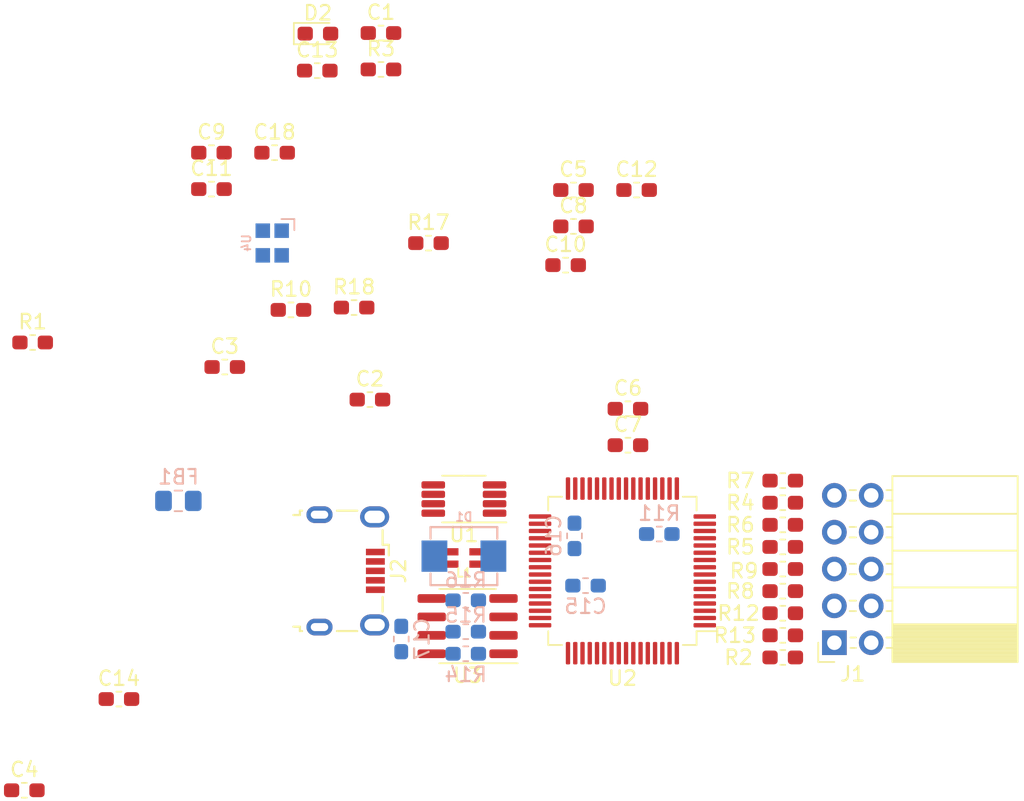
<source format=kicad_pcb>
(kicad_pcb (version 20171130) (host pcbnew 5.1.5)

  (general
    (thickness 1.6)
    (drawings 0)
    (tracks 0)
    (zones 0)
    (modules 46)
    (nets 38)
  )

  (page A4)
  (layers
    (0 F.Cu signal)
    (31 B.Cu signal)
    (32 B.Adhes user)
    (33 F.Adhes user)
    (34 B.Paste user)
    (35 F.Paste user)
    (36 B.SilkS user)
    (37 F.SilkS user)
    (38 B.Mask user)
    (39 F.Mask user)
    (40 Dwgs.User user)
    (41 Cmts.User user)
    (42 Eco1.User user)
    (43 Eco2.User user)
    (44 Edge.Cuts user)
    (45 Margin user)
    (46 B.CrtYd user)
    (47 F.CrtYd user)
    (48 B.Fab user hide)
    (49 F.Fab user hide)
  )

  (setup
    (last_trace_width 0.25)
    (trace_clearance 0.2)
    (zone_clearance 0.508)
    (zone_45_only no)
    (trace_min 0.2)
    (via_size 0.8)
    (via_drill 0.4)
    (via_min_size 0.4)
    (via_min_drill 0.3)
    (uvia_size 0.3)
    (uvia_drill 0.1)
    (uvias_allowed no)
    (uvia_min_size 0.2)
    (uvia_min_drill 0.1)
    (edge_width 0.05)
    (segment_width 0.2)
    (pcb_text_width 0.3)
    (pcb_text_size 1.5 1.5)
    (mod_edge_width 0.12)
    (mod_text_size 1 1)
    (mod_text_width 0.15)
    (pad_size 1.524 1.524)
    (pad_drill 0.762)
    (pad_to_mask_clearance 0)
    (aux_axis_origin 0 0)
    (visible_elements FFFFFF7F)
    (pcbplotparams
      (layerselection 0x010fc_ffffffff)
      (usegerberextensions false)
      (usegerberattributes false)
      (usegerberadvancedattributes false)
      (creategerberjobfile false)
      (excludeedgelayer true)
      (linewidth 0.100000)
      (plotframeref false)
      (viasonmask false)
      (mode 1)
      (useauxorigin false)
      (hpglpennumber 1)
      (hpglpenspeed 20)
      (hpglpendiameter 15.000000)
      (psnegative false)
      (psa4output false)
      (plotreference true)
      (plotvalue true)
      (plotinvisibletext false)
      (padsonsilk false)
      (subtractmaskfromsilk false)
      (outputformat 1)
      (mirror false)
      (drillshape 1)
      (scaleselection 1)
      (outputdirectory ""))
  )

  (net 0 "")
  (net 1 GND)
  (net 2 +3V3)
  (net 3 "Net-(C3-Pad1)")
  (net 4 +5V)
  (net 5 GNDS)
  (net 6 +1V8)
  (net 7 "Net-(D2-Pad2)")
  (net 8 /iCE_SS_B)
  (net 9 /iCE_SCK)
  (net 10 /iCE_MOSI)
  (net 11 /iCE_MISO)
  (net 12 /iCE_CRESET)
  (net 13 /iCE_CDONE)
  (net 14 /iCE_Tx_TTL)
  (net 15 /iCE_Rx_TTL)
  (net 16 "Net-(J1-Pad1)")
  (net 17 "Net-(J2-Pad3)")
  (net 18 "Net-(J2-Pad2)")
  (net 19 /DP)
  (net 20 /DM)
  (net 21 "Net-(R4-Pad2)")
  (net 22 "Net-(R5-Pad2)")
  (net 23 "Net-(R6-Pad2)")
  (net 24 "Net-(R7-Pad2)")
  (net 25 "Net-(R8-Pad2)")
  (net 26 "Net-(R9-Pad2)")
  (net 27 "Net-(R10-Pad1)")
  (net 28 "Net-(R11-Pad1)")
  (net 29 "Net-(R12-Pad2)")
  (net 30 "Net-(R13-Pad2)")
  (net 31 "Net-(R14-Pad2)")
  (net 32 "Net-(R15-Pad2)")
  (net 33 "Net-(R16-Pad2)")
  (net 34 "Net-(R17-Pad1)")
  (net 35 "Net-(R18-Pad2)")
  (net 36 "Net-(U2-Pad2)")
  (net 37 "Net-(C6-Pad2)")

  (net_class Default "This is the default net class."
    (clearance 0.2)
    (trace_width 0.25)
    (via_dia 0.8)
    (via_drill 0.4)
    (uvia_dia 0.3)
    (uvia_drill 0.1)
    (add_net +1V8)
    (add_net +3V3)
    (add_net +5V)
    (add_net /DM)
    (add_net /DP)
    (add_net /iCE_CDONE)
    (add_net /iCE_CRESET)
    (add_net /iCE_MISO)
    (add_net /iCE_MOSI)
    (add_net /iCE_Rx_TTL)
    (add_net /iCE_SCK)
    (add_net /iCE_SS_B)
    (add_net /iCE_Tx_TTL)
    (add_net GND)
    (add_net GNDS)
    (add_net "Net-(C3-Pad1)")
    (add_net "Net-(C6-Pad2)")
    (add_net "Net-(D2-Pad2)")
    (add_net "Net-(J1-Pad1)")
    (add_net "Net-(J2-Pad2)")
    (add_net "Net-(J2-Pad3)")
    (add_net "Net-(J2-Pad4)")
    (add_net "Net-(R10-Pad1)")
    (add_net "Net-(R11-Pad1)")
    (add_net "Net-(R12-Pad2)")
    (add_net "Net-(R13-Pad2)")
    (add_net "Net-(R14-Pad2)")
    (add_net "Net-(R15-Pad2)")
    (add_net "Net-(R16-Pad2)")
    (add_net "Net-(R17-Pad1)")
    (add_net "Net-(R18-Pad2)")
    (add_net "Net-(R4-Pad2)")
    (add_net "Net-(R5-Pad2)")
    (add_net "Net-(R6-Pad2)")
    (add_net "Net-(R7-Pad2)")
    (add_net "Net-(R8-Pad2)")
    (add_net "Net-(R9-Pad2)")
    (add_net "Net-(U1-Pad6)")
    (add_net "Net-(U1-Pad7)")
    (add_net "Net-(U2-Pad19)")
    (add_net "Net-(U2-Pad2)")
    (add_net "Net-(U2-Pad22)")
    (add_net "Net-(U2-Pad26)")
    (add_net "Net-(U2-Pad27)")
    (add_net "Net-(U2-Pad28)")
    (add_net "Net-(U2-Pad29)")
    (add_net "Net-(U2-Pad3)")
    (add_net "Net-(U2-Pad30)")
    (add_net "Net-(U2-Pad32)")
    (add_net "Net-(U2-Pad33)")
    (add_net "Net-(U2-Pad34)")
    (add_net "Net-(U2-Pad36)")
    (add_net "Net-(U2-Pad40)")
    (add_net "Net-(U2-Pad41)")
    (add_net "Net-(U2-Pad43)")
    (add_net "Net-(U2-Pad44)")
    (add_net "Net-(U2-Pad45)")
    (add_net "Net-(U2-Pad46)")
    (add_net "Net-(U2-Pad48)")
    (add_net "Net-(U2-Pad52)")
    (add_net "Net-(U2-Pad53)")
    (add_net "Net-(U2-Pad54)")
    (add_net "Net-(U2-Pad55)")
    (add_net "Net-(U2-Pad57)")
    (add_net "Net-(U2-Pad58)")
    (add_net "Net-(U2-Pad59)")
    (add_net "Net-(U2-Pad60)")
    (add_net "Net-(U3-Pad7)")
  )

  (module Package_SO:MSOP-8_3x3mm_P0.65mm (layer F.Cu) (tedit 5D9F72B0) (tstamp 5E3E7BA6)
    (at 140.716 64.262 180)
    (descr "MSOP, 8 Pin (https://www.jedec.org/system/files/docs/mo-187F.pdf variant AA), generated with kicad-footprint-generator ipc_gullwing_generator.py")
    (tags "MSOP SO")
    (path /5E9EB2A9)
    (attr smd)
    (fp_text reference U1 (at 0 -2.45) (layer F.SilkS)
      (effects (font (size 1 1) (thickness 0.15)))
    )
    (fp_text value LT1762-3.3 (at 0 2.45) (layer F.Fab)
      (effects (font (size 1 1) (thickness 0.15)))
    )
    (fp_text user %R (at 0 0) (layer F.Fab)
      (effects (font (size 0.75 0.75) (thickness 0.11)))
    )
    (fp_line (start 3.18 -1.75) (end -3.18 -1.75) (layer F.CrtYd) (width 0.05))
    (fp_line (start 3.18 1.75) (end 3.18 -1.75) (layer F.CrtYd) (width 0.05))
    (fp_line (start -3.18 1.75) (end 3.18 1.75) (layer F.CrtYd) (width 0.05))
    (fp_line (start -3.18 -1.75) (end -3.18 1.75) (layer F.CrtYd) (width 0.05))
    (fp_line (start -1.5 -0.75) (end -0.75 -1.5) (layer F.Fab) (width 0.1))
    (fp_line (start -1.5 1.5) (end -1.5 -0.75) (layer F.Fab) (width 0.1))
    (fp_line (start 1.5 1.5) (end -1.5 1.5) (layer F.Fab) (width 0.1))
    (fp_line (start 1.5 -1.5) (end 1.5 1.5) (layer F.Fab) (width 0.1))
    (fp_line (start -0.75 -1.5) (end 1.5 -1.5) (layer F.Fab) (width 0.1))
    (fp_line (start 0 -1.61) (end -2.925 -1.61) (layer F.SilkS) (width 0.12))
    (fp_line (start 0 -1.61) (end 1.5 -1.61) (layer F.SilkS) (width 0.12))
    (fp_line (start 0 1.61) (end -1.5 1.61) (layer F.SilkS) (width 0.12))
    (fp_line (start 0 1.61) (end 1.5 1.61) (layer F.SilkS) (width 0.12))
    (pad 8 smd roundrect (at 2.1125 -0.975 180) (size 1.625 0.5) (layers F.Cu F.Paste F.Mask) (roundrect_rratio 0.25)
      (net 4 +5V))
    (pad 7 smd roundrect (at 2.1125 -0.325 180) (size 1.625 0.5) (layers F.Cu F.Paste F.Mask) (roundrect_rratio 0.25))
    (pad 6 smd roundrect (at 2.1125 0.325 180) (size 1.625 0.5) (layers F.Cu F.Paste F.Mask) (roundrect_rratio 0.25))
    (pad 5 smd roundrect (at 2.1125 0.975 180) (size 1.625 0.5) (layers F.Cu F.Paste F.Mask) (roundrect_rratio 0.25)
      (net 4 +5V))
    (pad 4 smd roundrect (at -2.1125 0.975 180) (size 1.625 0.5) (layers F.Cu F.Paste F.Mask) (roundrect_rratio 0.25)
      (net 1 GND))
    (pad 3 smd roundrect (at -2.1125 0.325 180) (size 1.625 0.5) (layers F.Cu F.Paste F.Mask) (roundrect_rratio 0.25)
      (net 37 "Net-(C6-Pad2)"))
    (pad 2 smd roundrect (at -2.1125 -0.325 180) (size 1.625 0.5) (layers F.Cu F.Paste F.Mask) (roundrect_rratio 0.25)
      (net 2 +3V3))
    (pad 1 smd roundrect (at -2.1125 -0.975 180) (size 1.625 0.5) (layers F.Cu F.Paste F.Mask) (roundrect_rratio 0.25)
      (net 2 +3V3))
    (model ${KISYS3DMOD}/Package_SO.3dshapes/MSOP-8_3x3mm_P0.65mm.wrl
      (at (xyz 0 0 0))
      (scale (xyz 1 1 1))
      (rotate (xyz 0 0 0))
    )
  )

  (module Capacitor_SMD:C_0603_1608Metric_Pad1.05x0.95mm_HandSolder (layer F.Cu) (tedit 5B301BBE) (tstamp 5E3E7716)
    (at 152.019 60.549)
    (descr "Capacitor SMD 0603 (1608 Metric), square (rectangular) end terminal, IPC_7351 nominal with elongated pad for handsoldering. (Body size source: http://www.tortai-tech.com/upload/download/2011102023233369053.pdf), generated with kicad-footprint-generator")
    (tags "capacitor handsolder")
    (path /5E9FA8C2)
    (attr smd)
    (fp_text reference C7 (at 0 -1.43) (layer F.SilkS)
      (effects (font (size 1 1) (thickness 0.15)))
    )
    (fp_text value 10u (at 0 1.43) (layer F.Fab)
      (effects (font (size 1 1) (thickness 0.15)))
    )
    (fp_text user %R (at 0 0) (layer F.Fab)
      (effects (font (size 0.4 0.4) (thickness 0.06)))
    )
    (fp_line (start 1.65 0.73) (end -1.65 0.73) (layer F.CrtYd) (width 0.05))
    (fp_line (start 1.65 -0.73) (end 1.65 0.73) (layer F.CrtYd) (width 0.05))
    (fp_line (start -1.65 -0.73) (end 1.65 -0.73) (layer F.CrtYd) (width 0.05))
    (fp_line (start -1.65 0.73) (end -1.65 -0.73) (layer F.CrtYd) (width 0.05))
    (fp_line (start -0.171267 0.51) (end 0.171267 0.51) (layer F.SilkS) (width 0.12))
    (fp_line (start -0.171267 -0.51) (end 0.171267 -0.51) (layer F.SilkS) (width 0.12))
    (fp_line (start 0.8 0.4) (end -0.8 0.4) (layer F.Fab) (width 0.1))
    (fp_line (start 0.8 -0.4) (end 0.8 0.4) (layer F.Fab) (width 0.1))
    (fp_line (start -0.8 -0.4) (end 0.8 -0.4) (layer F.Fab) (width 0.1))
    (fp_line (start -0.8 0.4) (end -0.8 -0.4) (layer F.Fab) (width 0.1))
    (pad 2 smd roundrect (at 0.875 0) (size 1.05 0.95) (layers F.Cu F.Paste F.Mask) (roundrect_rratio 0.25)
      (net 1 GND))
    (pad 1 smd roundrect (at -0.875 0) (size 1.05 0.95) (layers F.Cu F.Paste F.Mask) (roundrect_rratio 0.25)
      (net 2 +3V3))
    (model ${KISYS3DMOD}/Capacitor_SMD.3dshapes/C_0603_1608Metric.wrl
      (at (xyz 0 0 0))
      (scale (xyz 1 1 1))
      (rotate (xyz 0 0 0))
    )
  )

  (module Capacitor_SMD:C_0603_1608Metric_Pad1.05x0.95mm_HandSolder (layer F.Cu) (tedit 5B301BBE) (tstamp 5E3E7705)
    (at 152.019 58.039)
    (descr "Capacitor SMD 0603 (1608 Metric), square (rectangular) end terminal, IPC_7351 nominal with elongated pad for handsoldering. (Body size source: http://www.tortai-tech.com/upload/download/2011102023233369053.pdf), generated with kicad-footprint-generator")
    (tags "capacitor handsolder")
    (path /5EACA127)
    (attr smd)
    (fp_text reference C6 (at 0 -1.43) (layer F.SilkS)
      (effects (font (size 1 1) (thickness 0.15)))
    )
    (fp_text value 100n (at 0 1.43) (layer F.Fab)
      (effects (font (size 1 1) (thickness 0.15)))
    )
    (fp_text user %R (at 0 0) (layer F.Fab)
      (effects (font (size 0.4 0.4) (thickness 0.06)))
    )
    (fp_line (start 1.65 0.73) (end -1.65 0.73) (layer F.CrtYd) (width 0.05))
    (fp_line (start 1.65 -0.73) (end 1.65 0.73) (layer F.CrtYd) (width 0.05))
    (fp_line (start -1.65 -0.73) (end 1.65 -0.73) (layer F.CrtYd) (width 0.05))
    (fp_line (start -1.65 0.73) (end -1.65 -0.73) (layer F.CrtYd) (width 0.05))
    (fp_line (start -0.171267 0.51) (end 0.171267 0.51) (layer F.SilkS) (width 0.12))
    (fp_line (start -0.171267 -0.51) (end 0.171267 -0.51) (layer F.SilkS) (width 0.12))
    (fp_line (start 0.8 0.4) (end -0.8 0.4) (layer F.Fab) (width 0.1))
    (fp_line (start 0.8 -0.4) (end 0.8 0.4) (layer F.Fab) (width 0.1))
    (fp_line (start -0.8 -0.4) (end 0.8 -0.4) (layer F.Fab) (width 0.1))
    (fp_line (start -0.8 0.4) (end -0.8 -0.4) (layer F.Fab) (width 0.1))
    (pad 2 smd roundrect (at 0.875 0) (size 1.05 0.95) (layers F.Cu F.Paste F.Mask) (roundrect_rratio 0.25)
      (net 37 "Net-(C6-Pad2)"))
    (pad 1 smd roundrect (at -0.875 0) (size 1.05 0.95) (layers F.Cu F.Paste F.Mask) (roundrect_rratio 0.25)
      (net 2 +3V3))
    (model ${KISYS3DMOD}/Capacitor_SMD.3dshapes/C_0603_1608Metric.wrl
      (at (xyz 0 0 0))
      (scale (xyz 1 1 1))
      (rotate (xyz 0 0 0))
    )
  )

  (module ICE40PROG:744233121 (layer F.Cu) (tedit 5E3DB99B) (tstamp 5E3E06C0)
    (at 140.716 68.326 180)
    (descr " Filter, Line, Common Mode, WE-CNSW Series, 120 ohm, 280 mA, 2mm x 1.2mm x 1.2mm ")
    (path /5E3F0A7A)
    (fp_text reference L1 (at 0 -1.016) (layer F.SilkS)
      (effects (font (size 0.6 0.6) (thickness 0.12)))
    )
    (fp_text value 744233121 (at 0 1.27) (layer F.Fab)
      (effects (font (size 0.6 0.6) (thickness 0.12)))
    )
    (fp_line (start -1.5 0.8) (end -1.5 -0.8) (layer F.CrtYd) (width 0.12))
    (fp_line (start 1.5 0.8) (end -1.5 0.8) (layer F.CrtYd) (width 0.12))
    (fp_line (start 1.5 -0.8) (end 1.5 0.8) (layer F.CrtYd) (width 0.12))
    (fp_line (start -1.5 -0.8) (end 1.5 -0.8) (layer F.CrtYd) (width 0.12))
    (pad 4 smd rect (at -0.875 0.425 180) (size 1 0.5) (layers F.Cu F.Paste F.Mask)
      (net 19 /DP))
    (pad 3 smd rect (at 0.875 0.425 180) (size 1 0.5) (layers F.Cu F.Paste F.Mask)
      (net 17 "Net-(J2-Pad3)"))
    (pad 2 smd rect (at 0.875 -0.425 180) (size 1 0.5) (layers F.Cu F.Paste F.Mask)
      (net 18 "Net-(J2-Pad2)"))
    (pad 1 smd rect (at -0.875 -0.425 180) (size 1 0.5) (layers F.Cu F.Paste F.Mask)
      (net 20 /DM))
    (model /home/grzegorz/git/ICE40PROG/hardware/lib/3d/744233121.stp
      (offset (xyz 0 0 0.5))
      (scale (xyz 1 1 1))
      (rotate (xyz 180 0 90))
    )
  )

  (module ICE40PROG:CA25 (layer B.Cu) (tedit 5E3DB463) (tstamp 5E3E089C)
    (at 127.508 46.609 270)
    (path /5E64D9B2)
    (fp_text reference U4 (at 0 1.778 90) (layer B.SilkS)
      (effects (font (size 0.6 0.6) (thickness 0.12)) (justify mirror))
    )
    (fp_text value CA25C1204GLT (at 0 -2.032 90) (layer B.Fab)
      (effects (font (size 0.6 0.6) (thickness 0.12)) (justify mirror))
    )
    (fp_line (start -1.651 1.524) (end -1.651 -0.762) (layer B.CrtYd) (width 0.12))
    (fp_line (start 1.651 1.524) (end -1.651 1.524) (layer B.CrtYd) (width 0.12))
    (fp_line (start 1.651 -1.524) (end 1.651 1.524) (layer B.CrtYd) (width 0.12))
    (fp_line (start -1.651 -1.524) (end 1.651 -1.524) (layer B.CrtYd) (width 0.12))
    (fp_line (start -1.651 -0.635) (end -1.651 -1.524) (layer B.CrtYd) (width 0.12))
    (fp_line (start -1.651 -1.524) (end -1.651 -0.635) (layer B.SilkS) (width 0.12))
    (fp_line (start -0.889 -1.524) (end -1.651 -1.524) (layer B.SilkS) (width 0.12))
    (pad 4 smd rect (at -0.85 0.65 270) (size 1 1) (layers B.Cu B.Paste B.Mask)
      (net 2 +3V3))
    (pad 3 smd rect (at 0.85 0.65 270) (size 1 1) (layers B.Cu B.Paste B.Mask)
      (net 36 "Net-(U2-Pad2)"))
    (pad 2 smd rect (at 0.85 -0.65 270) (size 1 1) (layers B.Cu B.Paste B.Mask)
      (net 1 GND))
    (pad 1 smd rect (at -0.85 -0.65 270) (size 1 1) (layers B.Cu B.Paste B.Mask)
      (net 35 "Net-(R18-Pad2)"))
    (model ${KISYS3DMOD}/Crystal.3dshapes/Crystal_SMD_Abracon_ABM8G-4Pin_3.2x2.5mm.step
      (at (xyz 0 0 0))
      (scale (xyz 0.78125 0.8 1))
      (rotate (xyz 0 0 0))
    )
  )

  (module Package_SO:SOIC-8_3.9x4.9mm_P1.27mm (layer F.Cu) (tedit 5D9F72B1) (tstamp 5E3E088D)
    (at 140.97 73.025 180)
    (descr "SOIC, 8 Pin (JEDEC MS-012AA, https://www.analog.com/media/en/package-pcb-resources/package/pkg_pdf/soic_narrow-r/r_8.pdf), generated with kicad-footprint-generator ipc_gullwing_generator.py")
    (tags "SOIC SO")
    (path /5E4E2F59)
    (attr smd)
    (fp_text reference U3 (at 0 -3.4) (layer F.SilkS)
      (effects (font (size 1 1) (thickness 0.15)))
    )
    (fp_text value 93LC56-SO8 (at 0 3.4) (layer F.Fab)
      (effects (font (size 1 1) (thickness 0.15)))
    )
    (fp_text user %R (at 0 0) (layer F.Fab)
      (effects (font (size 0.98 0.98) (thickness 0.15)))
    )
    (fp_line (start 3.7 -2.7) (end -3.7 -2.7) (layer F.CrtYd) (width 0.05))
    (fp_line (start 3.7 2.7) (end 3.7 -2.7) (layer F.CrtYd) (width 0.05))
    (fp_line (start -3.7 2.7) (end 3.7 2.7) (layer F.CrtYd) (width 0.05))
    (fp_line (start -3.7 -2.7) (end -3.7 2.7) (layer F.CrtYd) (width 0.05))
    (fp_line (start -1.95 -1.475) (end -0.975 -2.45) (layer F.Fab) (width 0.1))
    (fp_line (start -1.95 2.45) (end -1.95 -1.475) (layer F.Fab) (width 0.1))
    (fp_line (start 1.95 2.45) (end -1.95 2.45) (layer F.Fab) (width 0.1))
    (fp_line (start 1.95 -2.45) (end 1.95 2.45) (layer F.Fab) (width 0.1))
    (fp_line (start -0.975 -2.45) (end 1.95 -2.45) (layer F.Fab) (width 0.1))
    (fp_line (start 0 -2.56) (end -3.45 -2.56) (layer F.SilkS) (width 0.12))
    (fp_line (start 0 -2.56) (end 1.95 -2.56) (layer F.SilkS) (width 0.12))
    (fp_line (start 0 2.56) (end -1.95 2.56) (layer F.SilkS) (width 0.12))
    (fp_line (start 0 2.56) (end 1.95 2.56) (layer F.SilkS) (width 0.12))
    (pad 8 smd roundrect (at 2.475 -1.905 180) (size 1.95 0.6) (layers F.Cu F.Paste F.Mask) (roundrect_rratio 0.25)
      (net 2 +3V3))
    (pad 7 smd roundrect (at 2.475 -0.635 180) (size 1.95 0.6) (layers F.Cu F.Paste F.Mask) (roundrect_rratio 0.25))
    (pad 6 smd roundrect (at 2.475 0.635 180) (size 1.95 0.6) (layers F.Cu F.Paste F.Mask) (roundrect_rratio 0.25)
      (net 2 +3V3))
    (pad 5 smd roundrect (at 2.475 1.905 180) (size 1.95 0.6) (layers F.Cu F.Paste F.Mask) (roundrect_rratio 0.25)
      (net 1 GND))
    (pad 4 smd roundrect (at -2.475 1.905 180) (size 1.95 0.6) (layers F.Cu F.Paste F.Mask) (roundrect_rratio 0.25)
      (net 33 "Net-(R16-Pad2)"))
    (pad 3 smd roundrect (at -2.475 0.635 180) (size 1.95 0.6) (layers F.Cu F.Paste F.Mask) (roundrect_rratio 0.25)
      (net 34 "Net-(R17-Pad1)"))
    (pad 2 smd roundrect (at -2.475 -0.635 180) (size 1.95 0.6) (layers F.Cu F.Paste F.Mask) (roundrect_rratio 0.25)
      (net 32 "Net-(R15-Pad2)"))
    (pad 1 smd roundrect (at -2.475 -1.905 180) (size 1.95 0.6) (layers F.Cu F.Paste F.Mask) (roundrect_rratio 0.25)
      (net 31 "Net-(R14-Pad2)"))
    (model ${KISYS3DMOD}/Package_SO.3dshapes/SOIC-8_3.9x4.9mm_P1.27mm.wrl
      (at (xyz 0 0 0))
      (scale (xyz 1 1 1))
      (rotate (xyz 0 0 0))
    )
  )

  (module Package_QFP:LQFP-64_10x10mm_P0.5mm (layer F.Cu) (tedit 5D9F72AF) (tstamp 5E3E0873)
    (at 151.638 69.215 180)
    (descr "LQFP, 64 Pin (https://www.analog.com/media/en/technical-documentation/data-sheets/ad7606_7606-6_7606-4.pdf), generated with kicad-footprint-generator ipc_gullwing_generator.py")
    (tags "LQFP QFP")
    (path /5E3D91A9)
    (attr smd)
    (fp_text reference U2 (at 0 -7.4) (layer F.SilkS)
      (effects (font (size 1 1) (thickness 0.15)))
    )
    (fp_text value FT2232H (at 0 7.4) (layer F.Fab)
      (effects (font (size 1 1) (thickness 0.15)))
    )
    (fp_text user %R (at 0 0) (layer F.Fab)
      (effects (font (size 1 1) (thickness 0.15)))
    )
    (fp_line (start 6.7 4.15) (end 6.7 0) (layer F.CrtYd) (width 0.05))
    (fp_line (start 5.25 4.15) (end 6.7 4.15) (layer F.CrtYd) (width 0.05))
    (fp_line (start 5.25 5.25) (end 5.25 4.15) (layer F.CrtYd) (width 0.05))
    (fp_line (start 4.15 5.25) (end 5.25 5.25) (layer F.CrtYd) (width 0.05))
    (fp_line (start 4.15 6.7) (end 4.15 5.25) (layer F.CrtYd) (width 0.05))
    (fp_line (start 0 6.7) (end 4.15 6.7) (layer F.CrtYd) (width 0.05))
    (fp_line (start -6.7 4.15) (end -6.7 0) (layer F.CrtYd) (width 0.05))
    (fp_line (start -5.25 4.15) (end -6.7 4.15) (layer F.CrtYd) (width 0.05))
    (fp_line (start -5.25 5.25) (end -5.25 4.15) (layer F.CrtYd) (width 0.05))
    (fp_line (start -4.15 5.25) (end -5.25 5.25) (layer F.CrtYd) (width 0.05))
    (fp_line (start -4.15 6.7) (end -4.15 5.25) (layer F.CrtYd) (width 0.05))
    (fp_line (start 0 6.7) (end -4.15 6.7) (layer F.CrtYd) (width 0.05))
    (fp_line (start 6.7 -4.15) (end 6.7 0) (layer F.CrtYd) (width 0.05))
    (fp_line (start 5.25 -4.15) (end 6.7 -4.15) (layer F.CrtYd) (width 0.05))
    (fp_line (start 5.25 -5.25) (end 5.25 -4.15) (layer F.CrtYd) (width 0.05))
    (fp_line (start 4.15 -5.25) (end 5.25 -5.25) (layer F.CrtYd) (width 0.05))
    (fp_line (start 4.15 -6.7) (end 4.15 -5.25) (layer F.CrtYd) (width 0.05))
    (fp_line (start 0 -6.7) (end 4.15 -6.7) (layer F.CrtYd) (width 0.05))
    (fp_line (start -6.7 -4.15) (end -6.7 0) (layer F.CrtYd) (width 0.05))
    (fp_line (start -5.25 -4.15) (end -6.7 -4.15) (layer F.CrtYd) (width 0.05))
    (fp_line (start -5.25 -5.25) (end -5.25 -4.15) (layer F.CrtYd) (width 0.05))
    (fp_line (start -4.15 -5.25) (end -5.25 -5.25) (layer F.CrtYd) (width 0.05))
    (fp_line (start -4.15 -6.7) (end -4.15 -5.25) (layer F.CrtYd) (width 0.05))
    (fp_line (start 0 -6.7) (end -4.15 -6.7) (layer F.CrtYd) (width 0.05))
    (fp_line (start -5 -4) (end -4 -5) (layer F.Fab) (width 0.1))
    (fp_line (start -5 5) (end -5 -4) (layer F.Fab) (width 0.1))
    (fp_line (start 5 5) (end -5 5) (layer F.Fab) (width 0.1))
    (fp_line (start 5 -5) (end 5 5) (layer F.Fab) (width 0.1))
    (fp_line (start -4 -5) (end 5 -5) (layer F.Fab) (width 0.1))
    (fp_line (start -5.11 -4.16) (end -6.45 -4.16) (layer F.SilkS) (width 0.12))
    (fp_line (start -5.11 -5.11) (end -5.11 -4.16) (layer F.SilkS) (width 0.12))
    (fp_line (start -4.16 -5.11) (end -5.11 -5.11) (layer F.SilkS) (width 0.12))
    (fp_line (start 5.11 -5.11) (end 5.11 -4.16) (layer F.SilkS) (width 0.12))
    (fp_line (start 4.16 -5.11) (end 5.11 -5.11) (layer F.SilkS) (width 0.12))
    (fp_line (start -5.11 5.11) (end -5.11 4.16) (layer F.SilkS) (width 0.12))
    (fp_line (start -4.16 5.11) (end -5.11 5.11) (layer F.SilkS) (width 0.12))
    (fp_line (start 5.11 5.11) (end 5.11 4.16) (layer F.SilkS) (width 0.12))
    (fp_line (start 4.16 5.11) (end 5.11 5.11) (layer F.SilkS) (width 0.12))
    (pad 64 smd roundrect (at -3.75 -5.675 180) (size 0.3 1.55) (layers F.Cu F.Paste F.Mask) (roundrect_rratio 0.25)
      (net 6 +1V8))
    (pad 63 smd roundrect (at -3.25 -5.675 180) (size 0.3 1.55) (layers F.Cu F.Paste F.Mask) (roundrect_rratio 0.25)
      (net 31 "Net-(R14-Pad2)"))
    (pad 62 smd roundrect (at -2.75 -5.675 180) (size 0.3 1.55) (layers F.Cu F.Paste F.Mask) (roundrect_rratio 0.25)
      (net 32 "Net-(R15-Pad2)"))
    (pad 61 smd roundrect (at -2.25 -5.675 180) (size 0.3 1.55) (layers F.Cu F.Paste F.Mask) (roundrect_rratio 0.25)
      (net 34 "Net-(R17-Pad1)"))
    (pad 60 smd roundrect (at -1.75 -5.675 180) (size 0.3 1.55) (layers F.Cu F.Paste F.Mask) (roundrect_rratio 0.25))
    (pad 59 smd roundrect (at -1.25 -5.675 180) (size 0.3 1.55) (layers F.Cu F.Paste F.Mask) (roundrect_rratio 0.25))
    (pad 58 smd roundrect (at -0.75 -5.675 180) (size 0.3 1.55) (layers F.Cu F.Paste F.Mask) (roundrect_rratio 0.25))
    (pad 57 smd roundrect (at -0.25 -5.675 180) (size 0.3 1.55) (layers F.Cu F.Paste F.Mask) (roundrect_rratio 0.25))
    (pad 56 smd roundrect (at 0.25 -5.675 180) (size 0.3 1.55) (layers F.Cu F.Paste F.Mask) (roundrect_rratio 0.25)
      (net 2 +3V3))
    (pad 55 smd roundrect (at 0.75 -5.675 180) (size 0.3 1.55) (layers F.Cu F.Paste F.Mask) (roundrect_rratio 0.25))
    (pad 54 smd roundrect (at 1.25 -5.675 180) (size 0.3 1.55) (layers F.Cu F.Paste F.Mask) (roundrect_rratio 0.25))
    (pad 53 smd roundrect (at 1.75 -5.675 180) (size 0.3 1.55) (layers F.Cu F.Paste F.Mask) (roundrect_rratio 0.25))
    (pad 52 smd roundrect (at 2.25 -5.675 180) (size 0.3 1.55) (layers F.Cu F.Paste F.Mask) (roundrect_rratio 0.25))
    (pad 51 smd roundrect (at 2.75 -5.675 180) (size 0.3 1.55) (layers F.Cu F.Paste F.Mask) (roundrect_rratio 0.25)
      (net 1 GND))
    (pad 50 smd roundrect (at 3.25 -5.675 180) (size 0.3 1.55) (layers F.Cu F.Paste F.Mask) (roundrect_rratio 0.25)
      (net 2 +3V3))
    (pad 49 smd roundrect (at 3.75 -5.675 180) (size 0.3 1.55) (layers F.Cu F.Paste F.Mask) (roundrect_rratio 0.25)
      (net 6 +1V8))
    (pad 48 smd roundrect (at 5.675 -3.75 180) (size 1.55 0.3) (layers F.Cu F.Paste F.Mask) (roundrect_rratio 0.25))
    (pad 47 smd roundrect (at 5.675 -3.25 180) (size 1.55 0.3) (layers F.Cu F.Paste F.Mask) (roundrect_rratio 0.25)
      (net 1 GND))
    (pad 46 smd roundrect (at 5.675 -2.75 180) (size 1.55 0.3) (layers F.Cu F.Paste F.Mask) (roundrect_rratio 0.25))
    (pad 45 smd roundrect (at 5.675 -2.25 180) (size 1.55 0.3) (layers F.Cu F.Paste F.Mask) (roundrect_rratio 0.25))
    (pad 44 smd roundrect (at 5.675 -1.75 180) (size 1.55 0.3) (layers F.Cu F.Paste F.Mask) (roundrect_rratio 0.25))
    (pad 43 smd roundrect (at 5.675 -1.25 180) (size 1.55 0.3) (layers F.Cu F.Paste F.Mask) (roundrect_rratio 0.25))
    (pad 42 smd roundrect (at 5.675 -0.75 180) (size 1.55 0.3) (layers F.Cu F.Paste F.Mask) (roundrect_rratio 0.25)
      (net 2 +3V3))
    (pad 41 smd roundrect (at 5.675 -0.25 180) (size 1.55 0.3) (layers F.Cu F.Paste F.Mask) (roundrect_rratio 0.25))
    (pad 40 smd roundrect (at 5.675 0.25 180) (size 1.55 0.3) (layers F.Cu F.Paste F.Mask) (roundrect_rratio 0.25))
    (pad 39 smd roundrect (at 5.675 0.75 180) (size 1.55 0.3) (layers F.Cu F.Paste F.Mask) (roundrect_rratio 0.25)
      (net 30 "Net-(R13-Pad2)"))
    (pad 38 smd roundrect (at 5.675 1.25 180) (size 1.55 0.3) (layers F.Cu F.Paste F.Mask) (roundrect_rratio 0.25)
      (net 29 "Net-(R12-Pad2)"))
    (pad 37 smd roundrect (at 5.675 1.75 180) (size 1.55 0.3) (layers F.Cu F.Paste F.Mask) (roundrect_rratio 0.25)
      (net 6 +1V8))
    (pad 36 smd roundrect (at 5.675 2.25 180) (size 1.55 0.3) (layers F.Cu F.Paste F.Mask) (roundrect_rratio 0.25))
    (pad 35 smd roundrect (at 5.675 2.75 180) (size 1.55 0.3) (layers F.Cu F.Paste F.Mask) (roundrect_rratio 0.25)
      (net 1 GND))
    (pad 34 smd roundrect (at 5.675 3.25 180) (size 1.55 0.3) (layers F.Cu F.Paste F.Mask) (roundrect_rratio 0.25))
    (pad 33 smd roundrect (at 5.675 3.75 180) (size 1.55 0.3) (layers F.Cu F.Paste F.Mask) (roundrect_rratio 0.25))
    (pad 32 smd roundrect (at 3.75 5.675 180) (size 0.3 1.55) (layers F.Cu F.Paste F.Mask) (roundrect_rratio 0.25))
    (pad 31 smd roundrect (at 3.25 5.675 180) (size 0.3 1.55) (layers F.Cu F.Paste F.Mask) (roundrect_rratio 0.25)
      (net 2 +3V3))
    (pad 30 smd roundrect (at 2.75 5.675 180) (size 0.3 1.55) (layers F.Cu F.Paste F.Mask) (roundrect_rratio 0.25))
    (pad 29 smd roundrect (at 2.25 5.675 180) (size 0.3 1.55) (layers F.Cu F.Paste F.Mask) (roundrect_rratio 0.25))
    (pad 28 smd roundrect (at 1.75 5.675 180) (size 0.3 1.55) (layers F.Cu F.Paste F.Mask) (roundrect_rratio 0.25))
    (pad 27 smd roundrect (at 1.25 5.675 180) (size 0.3 1.55) (layers F.Cu F.Paste F.Mask) (roundrect_rratio 0.25))
    (pad 26 smd roundrect (at 0.75 5.675 180) (size 0.3 1.55) (layers F.Cu F.Paste F.Mask) (roundrect_rratio 0.25))
    (pad 25 smd roundrect (at 0.25 5.675 180) (size 0.3 1.55) (layers F.Cu F.Paste F.Mask) (roundrect_rratio 0.25)
      (net 1 GND))
    (pad 24 smd roundrect (at -0.25 5.675 180) (size 0.3 1.55) (layers F.Cu F.Paste F.Mask) (roundrect_rratio 0.25)
      (net 26 "Net-(R9-Pad2)"))
    (pad 23 smd roundrect (at -0.75 5.675 180) (size 0.3 1.55) (layers F.Cu F.Paste F.Mask) (roundrect_rratio 0.25)
      (net 25 "Net-(R8-Pad2)"))
    (pad 22 smd roundrect (at -1.25 5.675 180) (size 0.3 1.55) (layers F.Cu F.Paste F.Mask) (roundrect_rratio 0.25))
    (pad 21 smd roundrect (at -1.75 5.675 180) (size 0.3 1.55) (layers F.Cu F.Paste F.Mask) (roundrect_rratio 0.25)
      (net 24 "Net-(R7-Pad2)"))
    (pad 20 smd roundrect (at -2.25 5.675 180) (size 0.3 1.55) (layers F.Cu F.Paste F.Mask) (roundrect_rratio 0.25)
      (net 2 +3V3))
    (pad 19 smd roundrect (at -2.75 5.675 180) (size 0.3 1.55) (layers F.Cu F.Paste F.Mask) (roundrect_rratio 0.25))
    (pad 18 smd roundrect (at -3.25 5.675 180) (size 0.3 1.55) (layers F.Cu F.Paste F.Mask) (roundrect_rratio 0.25)
      (net 23 "Net-(R6-Pad2)"))
    (pad 17 smd roundrect (at -3.75 5.675 180) (size 0.3 1.55) (layers F.Cu F.Paste F.Mask) (roundrect_rratio 0.25)
      (net 22 "Net-(R5-Pad2)"))
    (pad 16 smd roundrect (at -5.675 3.75 180) (size 1.55 0.3) (layers F.Cu F.Paste F.Mask) (roundrect_rratio 0.25)
      (net 21 "Net-(R4-Pad2)"))
    (pad 15 smd roundrect (at -5.675 3.25 180) (size 1.55 0.3) (layers F.Cu F.Paste F.Mask) (roundrect_rratio 0.25)
      (net 1 GND))
    (pad 14 smd roundrect (at -5.675 2.75 180) (size 1.55 0.3) (layers F.Cu F.Paste F.Mask) (roundrect_rratio 0.25)
      (net 28 "Net-(R11-Pad1)"))
    (pad 13 smd roundrect (at -5.675 2.25 180) (size 1.55 0.3) (layers F.Cu F.Paste F.Mask) (roundrect_rratio 0.25)
      (net 1 GND))
    (pad 12 smd roundrect (at -5.675 1.75 180) (size 1.55 0.3) (layers F.Cu F.Paste F.Mask) (roundrect_rratio 0.25)
      (net 6 +1V8))
    (pad 11 smd roundrect (at -5.675 1.25 180) (size 1.55 0.3) (layers F.Cu F.Paste F.Mask) (roundrect_rratio 0.25)
      (net 1 GND))
    (pad 10 smd roundrect (at -5.675 0.75 180) (size 1.55 0.3) (layers F.Cu F.Paste F.Mask) (roundrect_rratio 0.25)
      (net 1 GND))
    (pad 9 smd roundrect (at -5.675 0.25 180) (size 1.55 0.3) (layers F.Cu F.Paste F.Mask) (roundrect_rratio 0.25)
      (net 2 +3V3))
    (pad 8 smd roundrect (at -5.675 -0.25 180) (size 1.55 0.3) (layers F.Cu F.Paste F.Mask) (roundrect_rratio 0.25)
      (net 19 /DP))
    (pad 7 smd roundrect (at -5.675 -0.75 180) (size 1.55 0.3) (layers F.Cu F.Paste F.Mask) (roundrect_rratio 0.25)
      (net 20 /DM))
    (pad 6 smd roundrect (at -5.675 -1.25 180) (size 1.55 0.3) (layers F.Cu F.Paste F.Mask) (roundrect_rratio 0.25)
      (net 27 "Net-(R10-Pad1)"))
    (pad 5 smd roundrect (at -5.675 -1.75 180) (size 1.55 0.3) (layers F.Cu F.Paste F.Mask) (roundrect_rratio 0.25)
      (net 1 GND))
    (pad 4 smd roundrect (at -5.675 -2.25 180) (size 1.55 0.3) (layers F.Cu F.Paste F.Mask) (roundrect_rratio 0.25)
      (net 2 +3V3))
    (pad 3 smd roundrect (at -5.675 -2.75 180) (size 1.55 0.3) (layers F.Cu F.Paste F.Mask) (roundrect_rratio 0.25))
    (pad 2 smd roundrect (at -5.675 -3.25 180) (size 1.55 0.3) (layers F.Cu F.Paste F.Mask) (roundrect_rratio 0.25)
      (net 36 "Net-(U2-Pad2)"))
    (pad 1 smd roundrect (at -5.675 -3.75 180) (size 1.55 0.3) (layers F.Cu F.Paste F.Mask) (roundrect_rratio 0.25)
      (net 1 GND))
    (model ${KISYS3DMOD}/Package_QFP.3dshapes/LQFP-64_10x10mm_P0.5mm.wrl
      (at (xyz 0 0 0))
      (scale (xyz 1 1 1))
      (rotate (xyz 0 0 0))
    )
  )

  (module Resistor_SMD:R_0603_1608Metric_Pad1.05x0.95mm_HandSolder (layer F.Cu) (tedit 5B301BBD) (tstamp 5E3E07F2)
    (at 133.148 51.059)
    (descr "Resistor SMD 0603 (1608 Metric), square (rectangular) end terminal, IPC_7351 nominal with elongated pad for handsoldering. (Body size source: http://www.tortai-tech.com/upload/download/2011102023233369053.pdf), generated with kicad-footprint-generator")
    (tags "resistor handsolder")
    (path /5E662A89)
    (attr smd)
    (fp_text reference R18 (at 0 -1.43) (layer F.SilkS)
      (effects (font (size 1 1) (thickness 0.15)))
    )
    (fp_text value 1k (at 0 1.43) (layer F.Fab)
      (effects (font (size 1 1) (thickness 0.15)))
    )
    (fp_text user %R (at 0 0) (layer F.Fab)
      (effects (font (size 0.4 0.4) (thickness 0.06)))
    )
    (fp_line (start 1.65 0.73) (end -1.65 0.73) (layer F.CrtYd) (width 0.05))
    (fp_line (start 1.65 -0.73) (end 1.65 0.73) (layer F.CrtYd) (width 0.05))
    (fp_line (start -1.65 -0.73) (end 1.65 -0.73) (layer F.CrtYd) (width 0.05))
    (fp_line (start -1.65 0.73) (end -1.65 -0.73) (layer F.CrtYd) (width 0.05))
    (fp_line (start -0.171267 0.51) (end 0.171267 0.51) (layer F.SilkS) (width 0.12))
    (fp_line (start -0.171267 -0.51) (end 0.171267 -0.51) (layer F.SilkS) (width 0.12))
    (fp_line (start 0.8 0.4) (end -0.8 0.4) (layer F.Fab) (width 0.1))
    (fp_line (start 0.8 -0.4) (end 0.8 0.4) (layer F.Fab) (width 0.1))
    (fp_line (start -0.8 -0.4) (end 0.8 -0.4) (layer F.Fab) (width 0.1))
    (fp_line (start -0.8 0.4) (end -0.8 -0.4) (layer F.Fab) (width 0.1))
    (pad 2 smd roundrect (at 0.875 0) (size 1.05 0.95) (layers F.Cu F.Paste F.Mask) (roundrect_rratio 0.25)
      (net 35 "Net-(R18-Pad2)"))
    (pad 1 smd roundrect (at -0.875 0) (size 1.05 0.95) (layers F.Cu F.Paste F.Mask) (roundrect_rratio 0.25)
      (net 2 +3V3))
    (model ${KISYS3DMOD}/Resistor_SMD.3dshapes/R_0603_1608Metric.wrl
      (at (xyz 0 0 0))
      (scale (xyz 1 1 1))
      (rotate (xyz 0 0 0))
    )
  )

  (module Resistor_SMD:R_0603_1608Metric_Pad1.05x0.95mm_HandSolder (layer F.Cu) (tedit 5B301BBD) (tstamp 5E3E07E1)
    (at 138.276 46.616)
    (descr "Resistor SMD 0603 (1608 Metric), square (rectangular) end terminal, IPC_7351 nominal with elongated pad for handsoldering. (Body size source: http://www.tortai-tech.com/upload/download/2011102023233369053.pdf), generated with kicad-footprint-generator")
    (tags "resistor handsolder")
    (path /5E4ED71B)
    (attr smd)
    (fp_text reference R17 (at 0 -1.43) (layer F.SilkS)
      (effects (font (size 1 1) (thickness 0.15)))
    )
    (fp_text value 2k2 (at 0 1.43) (layer F.Fab)
      (effects (font (size 1 1) (thickness 0.15)))
    )
    (fp_text user %R (at 0 0) (layer F.Fab)
      (effects (font (size 0.4 0.4) (thickness 0.06)))
    )
    (fp_line (start 1.65 0.73) (end -1.65 0.73) (layer F.CrtYd) (width 0.05))
    (fp_line (start 1.65 -0.73) (end 1.65 0.73) (layer F.CrtYd) (width 0.05))
    (fp_line (start -1.65 -0.73) (end 1.65 -0.73) (layer F.CrtYd) (width 0.05))
    (fp_line (start -1.65 0.73) (end -1.65 -0.73) (layer F.CrtYd) (width 0.05))
    (fp_line (start -0.171267 0.51) (end 0.171267 0.51) (layer F.SilkS) (width 0.12))
    (fp_line (start -0.171267 -0.51) (end 0.171267 -0.51) (layer F.SilkS) (width 0.12))
    (fp_line (start 0.8 0.4) (end -0.8 0.4) (layer F.Fab) (width 0.1))
    (fp_line (start 0.8 -0.4) (end 0.8 0.4) (layer F.Fab) (width 0.1))
    (fp_line (start -0.8 -0.4) (end 0.8 -0.4) (layer F.Fab) (width 0.1))
    (fp_line (start -0.8 0.4) (end -0.8 -0.4) (layer F.Fab) (width 0.1))
    (pad 2 smd roundrect (at 0.875 0) (size 1.05 0.95) (layers F.Cu F.Paste F.Mask) (roundrect_rratio 0.25)
      (net 33 "Net-(R16-Pad2)"))
    (pad 1 smd roundrect (at -0.875 0) (size 1.05 0.95) (layers F.Cu F.Paste F.Mask) (roundrect_rratio 0.25)
      (net 34 "Net-(R17-Pad1)"))
    (model ${KISYS3DMOD}/Resistor_SMD.3dshapes/R_0603_1608Metric.wrl
      (at (xyz 0 0 0))
      (scale (xyz 1 1 1))
      (rotate (xyz 0 0 0))
    )
  )

  (module Resistor_SMD:R_0603_1608Metric_Pad1.05x0.95mm_HandSolder (layer B.Cu) (tedit 5B301BBD) (tstamp 5E3E07D0)
    (at 140.843 71.247)
    (descr "Resistor SMD 0603 (1608 Metric), square (rectangular) end terminal, IPC_7351 nominal with elongated pad for handsoldering. (Body size source: http://www.tortai-tech.com/upload/download/2011102023233369053.pdf), generated with kicad-footprint-generator")
    (tags "resistor handsolder")
    (path /5E4EEBD2)
    (attr smd)
    (fp_text reference R16 (at 0 -1.397) (layer B.SilkS)
      (effects (font (size 1 1) (thickness 0.15)) (justify mirror))
    )
    (fp_text value 10k (at 0 -1.43) (layer B.Fab)
      (effects (font (size 1 1) (thickness 0.15)) (justify mirror))
    )
    (fp_text user %R (at 0 0) (layer B.Fab)
      (effects (font (size 0.4 0.4) (thickness 0.06)) (justify mirror))
    )
    (fp_line (start 1.65 -0.73) (end -1.65 -0.73) (layer B.CrtYd) (width 0.05))
    (fp_line (start 1.65 0.73) (end 1.65 -0.73) (layer B.CrtYd) (width 0.05))
    (fp_line (start -1.65 0.73) (end 1.65 0.73) (layer B.CrtYd) (width 0.05))
    (fp_line (start -1.65 -0.73) (end -1.65 0.73) (layer B.CrtYd) (width 0.05))
    (fp_line (start -0.171267 -0.51) (end 0.171267 -0.51) (layer B.SilkS) (width 0.12))
    (fp_line (start -0.171267 0.51) (end 0.171267 0.51) (layer B.SilkS) (width 0.12))
    (fp_line (start 0.8 -0.4) (end -0.8 -0.4) (layer B.Fab) (width 0.1))
    (fp_line (start 0.8 0.4) (end 0.8 -0.4) (layer B.Fab) (width 0.1))
    (fp_line (start -0.8 0.4) (end 0.8 0.4) (layer B.Fab) (width 0.1))
    (fp_line (start -0.8 -0.4) (end -0.8 0.4) (layer B.Fab) (width 0.1))
    (pad 2 smd roundrect (at 0.875 0) (size 1.05 0.95) (layers B.Cu B.Paste B.Mask) (roundrect_rratio 0.25)
      (net 33 "Net-(R16-Pad2)"))
    (pad 1 smd roundrect (at -0.875 0) (size 1.05 0.95) (layers B.Cu B.Paste B.Mask) (roundrect_rratio 0.25)
      (net 2 +3V3))
    (model ${KISYS3DMOD}/Resistor_SMD.3dshapes/R_0603_1608Metric.wrl
      (at (xyz 0 0 0))
      (scale (xyz 1 1 1))
      (rotate (xyz 0 0 0))
    )
  )

  (module Resistor_SMD:R_0603_1608Metric_Pad1.05x0.95mm_HandSolder (layer B.Cu) (tedit 5B301BBD) (tstamp 5E3E07BF)
    (at 140.843 73.406)
    (descr "Resistor SMD 0603 (1608 Metric), square (rectangular) end terminal, IPC_7351 nominal with elongated pad for handsoldering. (Body size source: http://www.tortai-tech.com/upload/download/2011102023233369053.pdf), generated with kicad-footprint-generator")
    (tags "resistor handsolder")
    (path /5E4EEA13)
    (attr smd)
    (fp_text reference R15 (at 0 -1.143) (layer B.SilkS)
      (effects (font (size 1 1) (thickness 0.15)) (justify mirror))
    )
    (fp_text value 10k (at 0 -1.43) (layer B.Fab)
      (effects (font (size 1 1) (thickness 0.15)) (justify mirror))
    )
    (fp_text user %R (at 0 0) (layer B.Fab)
      (effects (font (size 0.4 0.4) (thickness 0.06)) (justify mirror))
    )
    (fp_line (start 1.65 -0.73) (end -1.65 -0.73) (layer B.CrtYd) (width 0.05))
    (fp_line (start 1.65 0.73) (end 1.65 -0.73) (layer B.CrtYd) (width 0.05))
    (fp_line (start -1.65 0.73) (end 1.65 0.73) (layer B.CrtYd) (width 0.05))
    (fp_line (start -1.65 -0.73) (end -1.65 0.73) (layer B.CrtYd) (width 0.05))
    (fp_line (start -0.171267 -0.51) (end 0.171267 -0.51) (layer B.SilkS) (width 0.12))
    (fp_line (start -0.171267 0.51) (end 0.171267 0.51) (layer B.SilkS) (width 0.12))
    (fp_line (start 0.8 -0.4) (end -0.8 -0.4) (layer B.Fab) (width 0.1))
    (fp_line (start 0.8 0.4) (end 0.8 -0.4) (layer B.Fab) (width 0.1))
    (fp_line (start -0.8 0.4) (end 0.8 0.4) (layer B.Fab) (width 0.1))
    (fp_line (start -0.8 -0.4) (end -0.8 0.4) (layer B.Fab) (width 0.1))
    (pad 2 smd roundrect (at 0.875 0) (size 1.05 0.95) (layers B.Cu B.Paste B.Mask) (roundrect_rratio 0.25)
      (net 32 "Net-(R15-Pad2)"))
    (pad 1 smd roundrect (at -0.875 0) (size 1.05 0.95) (layers B.Cu B.Paste B.Mask) (roundrect_rratio 0.25)
      (net 2 +3V3))
    (model ${KISYS3DMOD}/Resistor_SMD.3dshapes/R_0603_1608Metric.wrl
      (at (xyz 0 0 0))
      (scale (xyz 1 1 1))
      (rotate (xyz 0 0 0))
    )
  )

  (module Resistor_SMD:R_0603_1608Metric_Pad1.05x0.95mm_HandSolder (layer B.Cu) (tedit 5B301BBD) (tstamp 5E3E07AE)
    (at 140.843 74.93)
    (descr "Resistor SMD 0603 (1608 Metric), square (rectangular) end terminal, IPC_7351 nominal with elongated pad for handsoldering. (Body size source: http://www.tortai-tech.com/upload/download/2011102023233369053.pdf), generated with kicad-footprint-generator")
    (tags "resistor handsolder")
    (path /5E4EE242)
    (attr smd)
    (fp_text reference R14 (at 0 1.43) (layer B.SilkS)
      (effects (font (size 1 1) (thickness 0.15)) (justify mirror))
    )
    (fp_text value 10k (at 0 -1.43) (layer B.Fab)
      (effects (font (size 1 1) (thickness 0.15)) (justify mirror))
    )
    (fp_text user %R (at 0 0) (layer B.Fab)
      (effects (font (size 0.4 0.4) (thickness 0.06)) (justify mirror))
    )
    (fp_line (start 1.65 -0.73) (end -1.65 -0.73) (layer B.CrtYd) (width 0.05))
    (fp_line (start 1.65 0.73) (end 1.65 -0.73) (layer B.CrtYd) (width 0.05))
    (fp_line (start -1.65 0.73) (end 1.65 0.73) (layer B.CrtYd) (width 0.05))
    (fp_line (start -1.65 -0.73) (end -1.65 0.73) (layer B.CrtYd) (width 0.05))
    (fp_line (start -0.171267 -0.51) (end 0.171267 -0.51) (layer B.SilkS) (width 0.12))
    (fp_line (start -0.171267 0.51) (end 0.171267 0.51) (layer B.SilkS) (width 0.12))
    (fp_line (start 0.8 -0.4) (end -0.8 -0.4) (layer B.Fab) (width 0.1))
    (fp_line (start 0.8 0.4) (end 0.8 -0.4) (layer B.Fab) (width 0.1))
    (fp_line (start -0.8 0.4) (end 0.8 0.4) (layer B.Fab) (width 0.1))
    (fp_line (start -0.8 -0.4) (end -0.8 0.4) (layer B.Fab) (width 0.1))
    (pad 2 smd roundrect (at 0.875 0) (size 1.05 0.95) (layers B.Cu B.Paste B.Mask) (roundrect_rratio 0.25)
      (net 31 "Net-(R14-Pad2)"))
    (pad 1 smd roundrect (at -0.875 0) (size 1.05 0.95) (layers B.Cu B.Paste B.Mask) (roundrect_rratio 0.25)
      (net 2 +3V3))
    (model ${KISYS3DMOD}/Resistor_SMD.3dshapes/R_0603_1608Metric.wrl
      (at (xyz 0 0 0))
      (scale (xyz 1 1 1))
      (rotate (xyz 0 0 0))
    )
  )

  (module Resistor_SMD:R_0603_1608Metric_Pad1.05x0.95mm_HandSolder (layer F.Cu) (tedit 5B301BBD) (tstamp 5E3E079D)
    (at 162.687 73.66 180)
    (descr "Resistor SMD 0603 (1608 Metric), square (rectangular) end terminal, IPC_7351 nominal with elongated pad for handsoldering. (Body size source: http://www.tortai-tech.com/upload/download/2011102023233369053.pdf), generated with kicad-footprint-generator")
    (tags "resistor handsolder")
    (path /5E7F6644)
    (attr smd)
    (fp_text reference R13 (at 3.302 0) (layer F.SilkS)
      (effects (font (size 1 1) (thickness 0.15)))
    )
    (fp_text value 10 (at 0 1.43) (layer F.Fab)
      (effects (font (size 1 1) (thickness 0.15)))
    )
    (fp_text user %R (at 0 0) (layer F.Fab)
      (effects (font (size 0.4 0.4) (thickness 0.06)))
    )
    (fp_line (start 1.65 0.73) (end -1.65 0.73) (layer F.CrtYd) (width 0.05))
    (fp_line (start 1.65 -0.73) (end 1.65 0.73) (layer F.CrtYd) (width 0.05))
    (fp_line (start -1.65 -0.73) (end 1.65 -0.73) (layer F.CrtYd) (width 0.05))
    (fp_line (start -1.65 0.73) (end -1.65 -0.73) (layer F.CrtYd) (width 0.05))
    (fp_line (start -0.171267 0.51) (end 0.171267 0.51) (layer F.SilkS) (width 0.12))
    (fp_line (start -0.171267 -0.51) (end 0.171267 -0.51) (layer F.SilkS) (width 0.12))
    (fp_line (start 0.8 0.4) (end -0.8 0.4) (layer F.Fab) (width 0.1))
    (fp_line (start 0.8 -0.4) (end 0.8 0.4) (layer F.Fab) (width 0.1))
    (fp_line (start -0.8 -0.4) (end 0.8 -0.4) (layer F.Fab) (width 0.1))
    (fp_line (start -0.8 0.4) (end -0.8 -0.4) (layer F.Fab) (width 0.1))
    (pad 2 smd roundrect (at 0.875 0 180) (size 1.05 0.95) (layers F.Cu F.Paste F.Mask) (roundrect_rratio 0.25)
      (net 30 "Net-(R13-Pad2)"))
    (pad 1 smd roundrect (at -0.875 0 180) (size 1.05 0.95) (layers F.Cu F.Paste F.Mask) (roundrect_rratio 0.25)
      (net 14 /iCE_Tx_TTL))
    (model ${KISYS3DMOD}/Resistor_SMD.3dshapes/R_0603_1608Metric.wrl
      (at (xyz 0 0 0))
      (scale (xyz 1 1 1))
      (rotate (xyz 0 0 0))
    )
  )

  (module Resistor_SMD:R_0603_1608Metric_Pad1.05x0.95mm_HandSolder (layer F.Cu) (tedit 5B301BBD) (tstamp 5E3E078C)
    (at 162.687 72.136 180)
    (descr "Resistor SMD 0603 (1608 Metric), square (rectangular) end terminal, IPC_7351 nominal with elongated pad for handsoldering. (Body size source: http://www.tortai-tech.com/upload/download/2011102023233369053.pdf), generated with kicad-footprint-generator")
    (tags "resistor handsolder")
    (path /5E7F663B)
    (attr smd)
    (fp_text reference R12 (at 3.048 0) (layer F.SilkS)
      (effects (font (size 1 1) (thickness 0.15)))
    )
    (fp_text value 10 (at 0 1.43) (layer F.Fab)
      (effects (font (size 1 1) (thickness 0.15)))
    )
    (fp_text user %R (at 0 0) (layer F.Fab)
      (effects (font (size 0.4 0.4) (thickness 0.06)))
    )
    (fp_line (start 1.65 0.73) (end -1.65 0.73) (layer F.CrtYd) (width 0.05))
    (fp_line (start 1.65 -0.73) (end 1.65 0.73) (layer F.CrtYd) (width 0.05))
    (fp_line (start -1.65 -0.73) (end 1.65 -0.73) (layer F.CrtYd) (width 0.05))
    (fp_line (start -1.65 0.73) (end -1.65 -0.73) (layer F.CrtYd) (width 0.05))
    (fp_line (start -0.171267 0.51) (end 0.171267 0.51) (layer F.SilkS) (width 0.12))
    (fp_line (start -0.171267 -0.51) (end 0.171267 -0.51) (layer F.SilkS) (width 0.12))
    (fp_line (start 0.8 0.4) (end -0.8 0.4) (layer F.Fab) (width 0.1))
    (fp_line (start 0.8 -0.4) (end 0.8 0.4) (layer F.Fab) (width 0.1))
    (fp_line (start -0.8 -0.4) (end 0.8 -0.4) (layer F.Fab) (width 0.1))
    (fp_line (start -0.8 0.4) (end -0.8 -0.4) (layer F.Fab) (width 0.1))
    (pad 2 smd roundrect (at 0.875 0 180) (size 1.05 0.95) (layers F.Cu F.Paste F.Mask) (roundrect_rratio 0.25)
      (net 29 "Net-(R12-Pad2)"))
    (pad 1 smd roundrect (at -0.875 0 180) (size 1.05 0.95) (layers F.Cu F.Paste F.Mask) (roundrect_rratio 0.25)
      (net 15 /iCE_Rx_TTL))
    (model ${KISYS3DMOD}/Resistor_SMD.3dshapes/R_0603_1608Metric.wrl
      (at (xyz 0 0 0))
      (scale (xyz 1 1 1))
      (rotate (xyz 0 0 0))
    )
  )

  (module Resistor_SMD:R_0603_1608Metric_Pad1.05x0.95mm_HandSolder (layer B.Cu) (tedit 5B301BBD) (tstamp 5E3E077B)
    (at 154.178 66.675 180)
    (descr "Resistor SMD 0603 (1608 Metric), square (rectangular) end terminal, IPC_7351 nominal with elongated pad for handsoldering. (Body size source: http://www.tortai-tech.com/upload/download/2011102023233369053.pdf), generated with kicad-footprint-generator")
    (tags "resistor handsolder")
    (path /5E41D6F1)
    (attr smd)
    (fp_text reference R11 (at 0 1.43) (layer B.SilkS)
      (effects (font (size 1 1) (thickness 0.15)) (justify mirror))
    )
    (fp_text value 2k2 (at 0 -1.43) (layer B.Fab)
      (effects (font (size 1 1) (thickness 0.15)) (justify mirror))
    )
    (fp_text user %R (at 0 0) (layer B.Fab)
      (effects (font (size 0.4 0.4) (thickness 0.06)) (justify mirror))
    )
    (fp_line (start 1.65 -0.73) (end -1.65 -0.73) (layer B.CrtYd) (width 0.05))
    (fp_line (start 1.65 0.73) (end 1.65 -0.73) (layer B.CrtYd) (width 0.05))
    (fp_line (start -1.65 0.73) (end 1.65 0.73) (layer B.CrtYd) (width 0.05))
    (fp_line (start -1.65 -0.73) (end -1.65 0.73) (layer B.CrtYd) (width 0.05))
    (fp_line (start -0.171267 -0.51) (end 0.171267 -0.51) (layer B.SilkS) (width 0.12))
    (fp_line (start -0.171267 0.51) (end 0.171267 0.51) (layer B.SilkS) (width 0.12))
    (fp_line (start 0.8 -0.4) (end -0.8 -0.4) (layer B.Fab) (width 0.1))
    (fp_line (start 0.8 0.4) (end 0.8 -0.4) (layer B.Fab) (width 0.1))
    (fp_line (start -0.8 0.4) (end 0.8 0.4) (layer B.Fab) (width 0.1))
    (fp_line (start -0.8 -0.4) (end -0.8 0.4) (layer B.Fab) (width 0.1))
    (pad 2 smd roundrect (at 0.875 0 180) (size 1.05 0.95) (layers B.Cu B.Paste B.Mask) (roundrect_rratio 0.25)
      (net 2 +3V3))
    (pad 1 smd roundrect (at -0.875 0 180) (size 1.05 0.95) (layers B.Cu B.Paste B.Mask) (roundrect_rratio 0.25)
      (net 28 "Net-(R11-Pad1)"))
    (model ${KISYS3DMOD}/Resistor_SMD.3dshapes/R_0603_1608Metric.wrl
      (at (xyz 0 0 0))
      (scale (xyz 1 1 1))
      (rotate (xyz 0 0 0))
    )
  )

  (module Resistor_SMD:R_0603_1608Metric_Pad1.05x0.95mm_HandSolder (layer F.Cu) (tedit 5B301BBD) (tstamp 5E3E076A)
    (at 128.798 51.219)
    (descr "Resistor SMD 0603 (1608 Metric), square (rectangular) end terminal, IPC_7351 nominal with elongated pad for handsoldering. (Body size source: http://www.tortai-tech.com/upload/download/2011102023233369053.pdf), generated with kicad-footprint-generator")
    (tags "resistor handsolder")
    (path /5E41C36B)
    (attr smd)
    (fp_text reference R10 (at 0 -1.43) (layer F.SilkS)
      (effects (font (size 1 1) (thickness 0.15)))
    )
    (fp_text value 12k (at 0 1.43) (layer F.Fab)
      (effects (font (size 1 1) (thickness 0.15)))
    )
    (fp_text user %R (at 0 0) (layer F.Fab)
      (effects (font (size 0.4 0.4) (thickness 0.06)))
    )
    (fp_line (start 1.65 0.73) (end -1.65 0.73) (layer F.CrtYd) (width 0.05))
    (fp_line (start 1.65 -0.73) (end 1.65 0.73) (layer F.CrtYd) (width 0.05))
    (fp_line (start -1.65 -0.73) (end 1.65 -0.73) (layer F.CrtYd) (width 0.05))
    (fp_line (start -1.65 0.73) (end -1.65 -0.73) (layer F.CrtYd) (width 0.05))
    (fp_line (start -0.171267 0.51) (end 0.171267 0.51) (layer F.SilkS) (width 0.12))
    (fp_line (start -0.171267 -0.51) (end 0.171267 -0.51) (layer F.SilkS) (width 0.12))
    (fp_line (start 0.8 0.4) (end -0.8 0.4) (layer F.Fab) (width 0.1))
    (fp_line (start 0.8 -0.4) (end 0.8 0.4) (layer F.Fab) (width 0.1))
    (fp_line (start -0.8 -0.4) (end 0.8 -0.4) (layer F.Fab) (width 0.1))
    (fp_line (start -0.8 0.4) (end -0.8 -0.4) (layer F.Fab) (width 0.1))
    (pad 2 smd roundrect (at 0.875 0) (size 1.05 0.95) (layers F.Cu F.Paste F.Mask) (roundrect_rratio 0.25)
      (net 1 GND))
    (pad 1 smd roundrect (at -0.875 0) (size 1.05 0.95) (layers F.Cu F.Paste F.Mask) (roundrect_rratio 0.25)
      (net 27 "Net-(R10-Pad1)"))
    (model ${KISYS3DMOD}/Resistor_SMD.3dshapes/R_0603_1608Metric.wrl
      (at (xyz 0 0 0))
      (scale (xyz 1 1 1))
      (rotate (xyz 0 0 0))
    )
  )

  (module Resistor_SMD:R_0603_1608Metric_Pad1.05x0.95mm_HandSolder (layer F.Cu) (tedit 5B301BBD) (tstamp 5E3E0759)
    (at 162.687 69.088 180)
    (descr "Resistor SMD 0603 (1608 Metric), square (rectangular) end terminal, IPC_7351 nominal with elongated pad for handsoldering. (Body size source: http://www.tortai-tech.com/upload/download/2011102023233369053.pdf), generated with kicad-footprint-generator")
    (tags "resistor handsolder")
    (path /5E4DA239)
    (attr smd)
    (fp_text reference R9 (at 2.667 -0.127) (layer F.SilkS)
      (effects (font (size 1 1) (thickness 0.15)))
    )
    (fp_text value 10 (at 0 1.43) (layer F.Fab)
      (effects (font (size 1 1) (thickness 0.15)))
    )
    (fp_text user %R (at 0 0) (layer F.Fab)
      (effects (font (size 0.4 0.4) (thickness 0.06)))
    )
    (fp_line (start 1.65 0.73) (end -1.65 0.73) (layer F.CrtYd) (width 0.05))
    (fp_line (start 1.65 -0.73) (end 1.65 0.73) (layer F.CrtYd) (width 0.05))
    (fp_line (start -1.65 -0.73) (end 1.65 -0.73) (layer F.CrtYd) (width 0.05))
    (fp_line (start -1.65 0.73) (end -1.65 -0.73) (layer F.CrtYd) (width 0.05))
    (fp_line (start -0.171267 0.51) (end 0.171267 0.51) (layer F.SilkS) (width 0.12))
    (fp_line (start -0.171267 -0.51) (end 0.171267 -0.51) (layer F.SilkS) (width 0.12))
    (fp_line (start 0.8 0.4) (end -0.8 0.4) (layer F.Fab) (width 0.1))
    (fp_line (start 0.8 -0.4) (end 0.8 0.4) (layer F.Fab) (width 0.1))
    (fp_line (start -0.8 -0.4) (end 0.8 -0.4) (layer F.Fab) (width 0.1))
    (fp_line (start -0.8 0.4) (end -0.8 -0.4) (layer F.Fab) (width 0.1))
    (pad 2 smd roundrect (at 0.875 0 180) (size 1.05 0.95) (layers F.Cu F.Paste F.Mask) (roundrect_rratio 0.25)
      (net 26 "Net-(R9-Pad2)"))
    (pad 1 smd roundrect (at -0.875 0 180) (size 1.05 0.95) (layers F.Cu F.Paste F.Mask) (roundrect_rratio 0.25)
      (net 12 /iCE_CRESET))
    (model ${KISYS3DMOD}/Resistor_SMD.3dshapes/R_0603_1608Metric.wrl
      (at (xyz 0 0 0))
      (scale (xyz 1 1 1))
      (rotate (xyz 0 0 0))
    )
  )

  (module Resistor_SMD:R_0603_1608Metric_Pad1.05x0.95mm_HandSolder (layer F.Cu) (tedit 5B301BBD) (tstamp 5E3E0748)
    (at 162.687 70.612 180)
    (descr "Resistor SMD 0603 (1608 Metric), square (rectangular) end terminal, IPC_7351 nominal with elongated pad for handsoldering. (Body size source: http://www.tortai-tech.com/upload/download/2011102023233369053.pdf), generated with kicad-footprint-generator")
    (tags "resistor handsolder")
    (path /5E4D809F)
    (attr smd)
    (fp_text reference R8 (at 2.921 0) (layer F.SilkS)
      (effects (font (size 1 1) (thickness 0.15)))
    )
    (fp_text value 10 (at 0 1.43) (layer F.Fab)
      (effects (font (size 1 1) (thickness 0.15)))
    )
    (fp_text user %R (at 0 0) (layer F.Fab)
      (effects (font (size 0.4 0.4) (thickness 0.06)))
    )
    (fp_line (start 1.65 0.73) (end -1.65 0.73) (layer F.CrtYd) (width 0.05))
    (fp_line (start 1.65 -0.73) (end 1.65 0.73) (layer F.CrtYd) (width 0.05))
    (fp_line (start -1.65 -0.73) (end 1.65 -0.73) (layer F.CrtYd) (width 0.05))
    (fp_line (start -1.65 0.73) (end -1.65 -0.73) (layer F.CrtYd) (width 0.05))
    (fp_line (start -0.171267 0.51) (end 0.171267 0.51) (layer F.SilkS) (width 0.12))
    (fp_line (start -0.171267 -0.51) (end 0.171267 -0.51) (layer F.SilkS) (width 0.12))
    (fp_line (start 0.8 0.4) (end -0.8 0.4) (layer F.Fab) (width 0.1))
    (fp_line (start 0.8 -0.4) (end 0.8 0.4) (layer F.Fab) (width 0.1))
    (fp_line (start -0.8 -0.4) (end 0.8 -0.4) (layer F.Fab) (width 0.1))
    (fp_line (start -0.8 0.4) (end -0.8 -0.4) (layer F.Fab) (width 0.1))
    (pad 2 smd roundrect (at 0.875 0 180) (size 1.05 0.95) (layers F.Cu F.Paste F.Mask) (roundrect_rratio 0.25)
      (net 25 "Net-(R8-Pad2)"))
    (pad 1 smd roundrect (at -0.875 0 180) (size 1.05 0.95) (layers F.Cu F.Paste F.Mask) (roundrect_rratio 0.25)
      (net 13 /iCE_CDONE))
    (model ${KISYS3DMOD}/Resistor_SMD.3dshapes/R_0603_1608Metric.wrl
      (at (xyz 0 0 0))
      (scale (xyz 1 1 1))
      (rotate (xyz 0 0 0))
    )
  )

  (module Resistor_SMD:R_0603_1608Metric_Pad1.05x0.95mm_HandSolder (layer F.Cu) (tedit 5B301BBD) (tstamp 5E3E0737)
    (at 162.687 62.992 180)
    (descr "Resistor SMD 0603 (1608 Metric), square (rectangular) end terminal, IPC_7351 nominal with elongated pad for handsoldering. (Body size source: http://www.tortai-tech.com/upload/download/2011102023233369053.pdf), generated with kicad-footprint-generator")
    (tags "resistor handsolder")
    (path /5E4CEF00)
    (attr smd)
    (fp_text reference R7 (at 2.921 0) (layer F.SilkS)
      (effects (font (size 1 1) (thickness 0.15)))
    )
    (fp_text value 10 (at 0 1.43) (layer F.Fab)
      (effects (font (size 1 1) (thickness 0.15)))
    )
    (fp_text user %R (at 0 0) (layer F.Fab)
      (effects (font (size 0.4 0.4) (thickness 0.06)))
    )
    (fp_line (start 1.65 0.73) (end -1.65 0.73) (layer F.CrtYd) (width 0.05))
    (fp_line (start 1.65 -0.73) (end 1.65 0.73) (layer F.CrtYd) (width 0.05))
    (fp_line (start -1.65 -0.73) (end 1.65 -0.73) (layer F.CrtYd) (width 0.05))
    (fp_line (start -1.65 0.73) (end -1.65 -0.73) (layer F.CrtYd) (width 0.05))
    (fp_line (start -0.171267 0.51) (end 0.171267 0.51) (layer F.SilkS) (width 0.12))
    (fp_line (start -0.171267 -0.51) (end 0.171267 -0.51) (layer F.SilkS) (width 0.12))
    (fp_line (start 0.8 0.4) (end -0.8 0.4) (layer F.Fab) (width 0.1))
    (fp_line (start 0.8 -0.4) (end 0.8 0.4) (layer F.Fab) (width 0.1))
    (fp_line (start -0.8 -0.4) (end 0.8 -0.4) (layer F.Fab) (width 0.1))
    (fp_line (start -0.8 0.4) (end -0.8 -0.4) (layer F.Fab) (width 0.1))
    (pad 2 smd roundrect (at 0.875 0 180) (size 1.05 0.95) (layers F.Cu F.Paste F.Mask) (roundrect_rratio 0.25)
      (net 24 "Net-(R7-Pad2)"))
    (pad 1 smd roundrect (at -0.875 0 180) (size 1.05 0.95) (layers F.Cu F.Paste F.Mask) (roundrect_rratio 0.25)
      (net 8 /iCE_SS_B))
    (model ${KISYS3DMOD}/Resistor_SMD.3dshapes/R_0603_1608Metric.wrl
      (at (xyz 0 0 0))
      (scale (xyz 1 1 1))
      (rotate (xyz 0 0 0))
    )
  )

  (module Resistor_SMD:R_0603_1608Metric_Pad1.05x0.95mm_HandSolder (layer F.Cu) (tedit 5B301BBD) (tstamp 5E3E0726)
    (at 162.687 66.04 180)
    (descr "Resistor SMD 0603 (1608 Metric), square (rectangular) end terminal, IPC_7351 nominal with elongated pad for handsoldering. (Body size source: http://www.tortai-tech.com/upload/download/2011102023233369053.pdf), generated with kicad-footprint-generator")
    (tags "resistor handsolder")
    (path /5E4CED2D)
    (attr smd)
    (fp_text reference R6 (at 2.921 0) (layer F.SilkS)
      (effects (font (size 1 1) (thickness 0.15)))
    )
    (fp_text value 10 (at 0 1.43) (layer F.Fab)
      (effects (font (size 1 1) (thickness 0.15)))
    )
    (fp_text user %R (at 0 0) (layer F.Fab)
      (effects (font (size 0.4 0.4) (thickness 0.06)))
    )
    (fp_line (start 1.65 0.73) (end -1.65 0.73) (layer F.CrtYd) (width 0.05))
    (fp_line (start 1.65 -0.73) (end 1.65 0.73) (layer F.CrtYd) (width 0.05))
    (fp_line (start -1.65 -0.73) (end 1.65 -0.73) (layer F.CrtYd) (width 0.05))
    (fp_line (start -1.65 0.73) (end -1.65 -0.73) (layer F.CrtYd) (width 0.05))
    (fp_line (start -0.171267 0.51) (end 0.171267 0.51) (layer F.SilkS) (width 0.12))
    (fp_line (start -0.171267 -0.51) (end 0.171267 -0.51) (layer F.SilkS) (width 0.12))
    (fp_line (start 0.8 0.4) (end -0.8 0.4) (layer F.Fab) (width 0.1))
    (fp_line (start 0.8 -0.4) (end 0.8 0.4) (layer F.Fab) (width 0.1))
    (fp_line (start -0.8 -0.4) (end 0.8 -0.4) (layer F.Fab) (width 0.1))
    (fp_line (start -0.8 0.4) (end -0.8 -0.4) (layer F.Fab) (width 0.1))
    (pad 2 smd roundrect (at 0.875 0 180) (size 1.05 0.95) (layers F.Cu F.Paste F.Mask) (roundrect_rratio 0.25)
      (net 23 "Net-(R6-Pad2)"))
    (pad 1 smd roundrect (at -0.875 0 180) (size 1.05 0.95) (layers F.Cu F.Paste F.Mask) (roundrect_rratio 0.25)
      (net 11 /iCE_MISO))
    (model ${KISYS3DMOD}/Resistor_SMD.3dshapes/R_0603_1608Metric.wrl
      (at (xyz 0 0 0))
      (scale (xyz 1 1 1))
      (rotate (xyz 0 0 0))
    )
  )

  (module Resistor_SMD:R_0603_1608Metric_Pad1.05x0.95mm_HandSolder (layer F.Cu) (tedit 5B301BBD) (tstamp 5E3E0715)
    (at 162.687 67.564 180)
    (descr "Resistor SMD 0603 (1608 Metric), square (rectangular) end terminal, IPC_7351 nominal with elongated pad for handsoldering. (Body size source: http://www.tortai-tech.com/upload/download/2011102023233369053.pdf), generated with kicad-footprint-generator")
    (tags "resistor handsolder")
    (path /5E4CEA60)
    (attr smd)
    (fp_text reference R5 (at 2.921 0) (layer F.SilkS)
      (effects (font (size 1 1) (thickness 0.15)))
    )
    (fp_text value 10 (at 0 1.43) (layer F.Fab)
      (effects (font (size 1 1) (thickness 0.15)))
    )
    (fp_text user %R (at 0 0) (layer F.Fab)
      (effects (font (size 0.4 0.4) (thickness 0.06)))
    )
    (fp_line (start 1.65 0.73) (end -1.65 0.73) (layer F.CrtYd) (width 0.05))
    (fp_line (start 1.65 -0.73) (end 1.65 0.73) (layer F.CrtYd) (width 0.05))
    (fp_line (start -1.65 -0.73) (end 1.65 -0.73) (layer F.CrtYd) (width 0.05))
    (fp_line (start -1.65 0.73) (end -1.65 -0.73) (layer F.CrtYd) (width 0.05))
    (fp_line (start -0.171267 0.51) (end 0.171267 0.51) (layer F.SilkS) (width 0.12))
    (fp_line (start -0.171267 -0.51) (end 0.171267 -0.51) (layer F.SilkS) (width 0.12))
    (fp_line (start 0.8 0.4) (end -0.8 0.4) (layer F.Fab) (width 0.1))
    (fp_line (start 0.8 -0.4) (end 0.8 0.4) (layer F.Fab) (width 0.1))
    (fp_line (start -0.8 -0.4) (end 0.8 -0.4) (layer F.Fab) (width 0.1))
    (fp_line (start -0.8 0.4) (end -0.8 -0.4) (layer F.Fab) (width 0.1))
    (pad 2 smd roundrect (at 0.875 0 180) (size 1.05 0.95) (layers F.Cu F.Paste F.Mask) (roundrect_rratio 0.25)
      (net 22 "Net-(R5-Pad2)"))
    (pad 1 smd roundrect (at -0.875 0 180) (size 1.05 0.95) (layers F.Cu F.Paste F.Mask) (roundrect_rratio 0.25)
      (net 10 /iCE_MOSI))
    (model ${KISYS3DMOD}/Resistor_SMD.3dshapes/R_0603_1608Metric.wrl
      (at (xyz 0 0 0))
      (scale (xyz 1 1 1))
      (rotate (xyz 0 0 0))
    )
  )

  (module Resistor_SMD:R_0603_1608Metric_Pad1.05x0.95mm_HandSolder (layer F.Cu) (tedit 5B301BBD) (tstamp 5E3E0704)
    (at 162.687 64.516 180)
    (descr "Resistor SMD 0603 (1608 Metric), square (rectangular) end terminal, IPC_7351 nominal with elongated pad for handsoldering. (Body size source: http://www.tortai-tech.com/upload/download/2011102023233369053.pdf), generated with kicad-footprint-generator")
    (tags "resistor handsolder")
    (path /5E4C37B0)
    (attr smd)
    (fp_text reference R4 (at 2.921 0) (layer F.SilkS)
      (effects (font (size 1 1) (thickness 0.15)))
    )
    (fp_text value 10 (at 0 1.43) (layer F.Fab)
      (effects (font (size 1 1) (thickness 0.15)))
    )
    (fp_text user %R (at 0 0) (layer F.Fab)
      (effects (font (size 0.4 0.4) (thickness 0.06)))
    )
    (fp_line (start 1.65 0.73) (end -1.65 0.73) (layer F.CrtYd) (width 0.05))
    (fp_line (start 1.65 -0.73) (end 1.65 0.73) (layer F.CrtYd) (width 0.05))
    (fp_line (start -1.65 -0.73) (end 1.65 -0.73) (layer F.CrtYd) (width 0.05))
    (fp_line (start -1.65 0.73) (end -1.65 -0.73) (layer F.CrtYd) (width 0.05))
    (fp_line (start -0.171267 0.51) (end 0.171267 0.51) (layer F.SilkS) (width 0.12))
    (fp_line (start -0.171267 -0.51) (end 0.171267 -0.51) (layer F.SilkS) (width 0.12))
    (fp_line (start 0.8 0.4) (end -0.8 0.4) (layer F.Fab) (width 0.1))
    (fp_line (start 0.8 -0.4) (end 0.8 0.4) (layer F.Fab) (width 0.1))
    (fp_line (start -0.8 -0.4) (end 0.8 -0.4) (layer F.Fab) (width 0.1))
    (fp_line (start -0.8 0.4) (end -0.8 -0.4) (layer F.Fab) (width 0.1))
    (pad 2 smd roundrect (at 0.875 0 180) (size 1.05 0.95) (layers F.Cu F.Paste F.Mask) (roundrect_rratio 0.25)
      (net 21 "Net-(R4-Pad2)"))
    (pad 1 smd roundrect (at -0.875 0 180) (size 1.05 0.95) (layers F.Cu F.Paste F.Mask) (roundrect_rratio 0.25)
      (net 9 /iCE_SCK))
    (model ${KISYS3DMOD}/Resistor_SMD.3dshapes/R_0603_1608Metric.wrl
      (at (xyz 0 0 0))
      (scale (xyz 1 1 1))
      (rotate (xyz 0 0 0))
    )
  )

  (module Resistor_SMD:R_0603_1608Metric_Pad1.05x0.95mm_HandSolder (layer F.Cu) (tedit 5B301BBD) (tstamp 5E3E06F3)
    (at 135.001 34.641)
    (descr "Resistor SMD 0603 (1608 Metric), square (rectangular) end terminal, IPC_7351 nominal with elongated pad for handsoldering. (Body size source: http://www.tortai-tech.com/upload/download/2011102023233369053.pdf), generated with kicad-footprint-generator")
    (tags "resistor handsolder")
    (path /5E3EE05B)
    (attr smd)
    (fp_text reference R3 (at 0 -1.43) (layer F.SilkS)
      (effects (font (size 1 1) (thickness 0.15)))
    )
    (fp_text value 330 (at 0 1.43) (layer F.Fab)
      (effects (font (size 1 1) (thickness 0.15)))
    )
    (fp_text user %R (at 0 0) (layer F.Fab)
      (effects (font (size 0.4 0.4) (thickness 0.06)))
    )
    (fp_line (start 1.65 0.73) (end -1.65 0.73) (layer F.CrtYd) (width 0.05))
    (fp_line (start 1.65 -0.73) (end 1.65 0.73) (layer F.CrtYd) (width 0.05))
    (fp_line (start -1.65 -0.73) (end 1.65 -0.73) (layer F.CrtYd) (width 0.05))
    (fp_line (start -1.65 0.73) (end -1.65 -0.73) (layer F.CrtYd) (width 0.05))
    (fp_line (start -0.171267 0.51) (end 0.171267 0.51) (layer F.SilkS) (width 0.12))
    (fp_line (start -0.171267 -0.51) (end 0.171267 -0.51) (layer F.SilkS) (width 0.12))
    (fp_line (start 0.8 0.4) (end -0.8 0.4) (layer F.Fab) (width 0.1))
    (fp_line (start 0.8 -0.4) (end 0.8 0.4) (layer F.Fab) (width 0.1))
    (fp_line (start -0.8 -0.4) (end 0.8 -0.4) (layer F.Fab) (width 0.1))
    (fp_line (start -0.8 0.4) (end -0.8 -0.4) (layer F.Fab) (width 0.1))
    (pad 2 smd roundrect (at 0.875 0) (size 1.05 0.95) (layers F.Cu F.Paste F.Mask) (roundrect_rratio 0.25)
      (net 5 GNDS))
    (pad 1 smd roundrect (at -0.875 0) (size 1.05 0.95) (layers F.Cu F.Paste F.Mask) (roundrect_rratio 0.25)
      (net 1 GND))
    (model ${KISYS3DMOD}/Resistor_SMD.3dshapes/R_0603_1608Metric.wrl
      (at (xyz 0 0 0))
      (scale (xyz 1 1 1))
      (rotate (xyz 0 0 0))
    )
  )

  (module Resistor_SMD:R_0603_1608Metric_Pad1.05x0.95mm_HandSolder (layer F.Cu) (tedit 5B301BBD) (tstamp 5E3E06E2)
    (at 162.687 75.184)
    (descr "Resistor SMD 0603 (1608 Metric), square (rectangular) end terminal, IPC_7351 nominal with elongated pad for handsoldering. (Body size source: http://www.tortai-tech.com/upload/download/2011102023233369053.pdf), generated with kicad-footprint-generator")
    (tags "resistor handsolder")
    (path /5E8906E2)
    (attr smd)
    (fp_text reference R2 (at -3.048 0) (layer F.SilkS)
      (effects (font (size 1 1) (thickness 0.15)))
    )
    (fp_text value DNP (at 0 1.43) (layer F.Fab)
      (effects (font (size 1 1) (thickness 0.15)))
    )
    (fp_text user %R (at 0 0) (layer F.Fab)
      (effects (font (size 0.4 0.4) (thickness 0.06)))
    )
    (fp_line (start 1.65 0.73) (end -1.65 0.73) (layer F.CrtYd) (width 0.05))
    (fp_line (start 1.65 -0.73) (end 1.65 0.73) (layer F.CrtYd) (width 0.05))
    (fp_line (start -1.65 -0.73) (end 1.65 -0.73) (layer F.CrtYd) (width 0.05))
    (fp_line (start -1.65 0.73) (end -1.65 -0.73) (layer F.CrtYd) (width 0.05))
    (fp_line (start -0.171267 0.51) (end 0.171267 0.51) (layer F.SilkS) (width 0.12))
    (fp_line (start -0.171267 -0.51) (end 0.171267 -0.51) (layer F.SilkS) (width 0.12))
    (fp_line (start 0.8 0.4) (end -0.8 0.4) (layer F.Fab) (width 0.1))
    (fp_line (start 0.8 -0.4) (end 0.8 0.4) (layer F.Fab) (width 0.1))
    (fp_line (start -0.8 -0.4) (end 0.8 -0.4) (layer F.Fab) (width 0.1))
    (fp_line (start -0.8 0.4) (end -0.8 -0.4) (layer F.Fab) (width 0.1))
    (pad 2 smd roundrect (at 0.875 0) (size 1.05 0.95) (layers F.Cu F.Paste F.Mask) (roundrect_rratio 0.25)
      (net 16 "Net-(J1-Pad1)"))
    (pad 1 smd roundrect (at -0.875 0) (size 1.05 0.95) (layers F.Cu F.Paste F.Mask) (roundrect_rratio 0.25)
      (net 2 +3V3))
    (model ${KISYS3DMOD}/Resistor_SMD.3dshapes/R_0603_1608Metric.wrl
      (at (xyz 0 0 0))
      (scale (xyz 1 1 1))
      (rotate (xyz 0 0 0))
    )
  )

  (module Resistor_SMD:R_0603_1608Metric_Pad1.05x0.95mm_HandSolder (layer F.Cu) (tedit 5B301BBD) (tstamp 5E3E06D1)
    (at 110.998 53.467)
    (descr "Resistor SMD 0603 (1608 Metric), square (rectangular) end terminal, IPC_7351 nominal with elongated pad for handsoldering. (Body size source: http://www.tortai-tech.com/upload/download/2011102023233369053.pdf), generated with kicad-footprint-generator")
    (tags "resistor handsolder")
    (path /5E6AF440)
    (attr smd)
    (fp_text reference R1 (at 0 -1.43) (layer F.SilkS)
      (effects (font (size 1 1) (thickness 0.15)))
    )
    (fp_text value 220 (at 0 1.43) (layer F.Fab)
      (effects (font (size 1 1) (thickness 0.15)))
    )
    (fp_text user %R (at 0 0) (layer F.Fab)
      (effects (font (size 0.4 0.4) (thickness 0.06)))
    )
    (fp_line (start 1.65 0.73) (end -1.65 0.73) (layer F.CrtYd) (width 0.05))
    (fp_line (start 1.65 -0.73) (end 1.65 0.73) (layer F.CrtYd) (width 0.05))
    (fp_line (start -1.65 -0.73) (end 1.65 -0.73) (layer F.CrtYd) (width 0.05))
    (fp_line (start -1.65 0.73) (end -1.65 -0.73) (layer F.CrtYd) (width 0.05))
    (fp_line (start -0.171267 0.51) (end 0.171267 0.51) (layer F.SilkS) (width 0.12))
    (fp_line (start -0.171267 -0.51) (end 0.171267 -0.51) (layer F.SilkS) (width 0.12))
    (fp_line (start 0.8 0.4) (end -0.8 0.4) (layer F.Fab) (width 0.1))
    (fp_line (start 0.8 -0.4) (end 0.8 0.4) (layer F.Fab) (width 0.1))
    (fp_line (start -0.8 -0.4) (end 0.8 -0.4) (layer F.Fab) (width 0.1))
    (fp_line (start -0.8 0.4) (end -0.8 -0.4) (layer F.Fab) (width 0.1))
    (pad 2 smd roundrect (at 0.875 0) (size 1.05 0.95) (layers F.Cu F.Paste F.Mask) (roundrect_rratio 0.25)
      (net 2 +3V3))
    (pad 1 smd roundrect (at -0.875 0) (size 1.05 0.95) (layers F.Cu F.Paste F.Mask) (roundrect_rratio 0.25)
      (net 7 "Net-(D2-Pad2)"))
    (model ${KISYS3DMOD}/Resistor_SMD.3dshapes/R_0603_1608Metric.wrl
      (at (xyz 0 0 0))
      (scale (xyz 1 1 1))
      (rotate (xyz 0 0 0))
    )
  )

  (module Connector_USB:USB_Micro-B_Wuerth_629105150521 (layer F.Cu) (tedit 5A142044) (tstamp 5E3E06B4)
    (at 132.715 69.215 270)
    (descr "USB Micro-B receptacle, http://www.mouser.com/ds/2/445/629105150521-469306.pdf")
    (tags "usb micro receptacle")
    (path /5E9235B1)
    (attr smd)
    (fp_text reference J2 (at 0 -3.5 90) (layer F.SilkS)
      (effects (font (size 1 1) (thickness 0.15)))
    )
    (fp_text value USB_B_Micro (at 0 5.6 90) (layer F.Fab)
      (effects (font (size 1 1) (thickness 0.15)))
    )
    (fp_text user "PCB Edge" (at 0 3.75 90) (layer Dwgs.User)
      (effects (font (size 0.5 0.5) (thickness 0.08)))
    )
    (fp_text user %R (at 0 1.05 90) (layer F.Fab)
      (effects (font (size 1 1) (thickness 0.15)))
    )
    (fp_line (start 4.95 -3.34) (end -4.94 -3.34) (layer F.CrtYd) (width 0.05))
    (fp_line (start 4.95 4.85) (end 4.95 -3.34) (layer F.CrtYd) (width 0.05))
    (fp_line (start -4.94 4.85) (end 4.95 4.85) (layer F.CrtYd) (width 0.05))
    (fp_line (start -4.94 -3.34) (end -4.94 4.85) (layer F.CrtYd) (width 0.05))
    (fp_line (start 1.8 -2.4) (end 2.8 -2.4) (layer F.SilkS) (width 0.15))
    (fp_line (start -1.8 -2.4) (end -2.8 -2.4) (layer F.SilkS) (width 0.15))
    (fp_line (start -1.8 -2.825) (end -1.8 -2.4) (layer F.SilkS) (width 0.15))
    (fp_line (start -1.075 -2.825) (end -1.8 -2.825) (layer F.SilkS) (width 0.15))
    (fp_line (start 4.15 0.75) (end 4.15 -0.65) (layer F.SilkS) (width 0.15))
    (fp_line (start 4.15 3.3) (end 4.15 3.15) (layer F.SilkS) (width 0.15))
    (fp_line (start 3.85 3.3) (end 4.15 3.3) (layer F.SilkS) (width 0.15))
    (fp_line (start 3.85 3.75) (end 3.85 3.3) (layer F.SilkS) (width 0.15))
    (fp_line (start -3.85 3.3) (end -3.85 3.75) (layer F.SilkS) (width 0.15))
    (fp_line (start -4.15 3.3) (end -3.85 3.3) (layer F.SilkS) (width 0.15))
    (fp_line (start -4.15 3.15) (end -4.15 3.3) (layer F.SilkS) (width 0.15))
    (fp_line (start -4.15 -0.65) (end -4.15 0.75) (layer F.SilkS) (width 0.15))
    (fp_line (start -1.075 -2.95) (end -1.075 -2.725) (layer F.Fab) (width 0.15))
    (fp_line (start -1.525 -2.95) (end -1.075 -2.95) (layer F.Fab) (width 0.15))
    (fp_line (start -1.525 -2.725) (end -1.525 -2.95) (layer F.Fab) (width 0.15))
    (fp_line (start -1.3 -2.55) (end -1.525 -2.725) (layer F.Fab) (width 0.15))
    (fp_line (start -1.075 -2.725) (end -1.3 -2.55) (layer F.Fab) (width 0.15))
    (fp_line (start -2.7 3.75) (end 2.7 3.75) (layer F.Fab) (width 0.15))
    (fp_line (start 4 -2.25) (end -4 -2.25) (layer F.Fab) (width 0.15))
    (fp_line (start 4 3.15) (end 4 -2.25) (layer F.Fab) (width 0.15))
    (fp_line (start 3.7 3.15) (end 4 3.15) (layer F.Fab) (width 0.15))
    (fp_line (start 3.7 4.35) (end 3.7 3.15) (layer F.Fab) (width 0.15))
    (fp_line (start -3.7 4.35) (end 3.7 4.35) (layer F.Fab) (width 0.15))
    (fp_line (start -3.7 3.15) (end -3.7 4.35) (layer F.Fab) (width 0.15))
    (fp_line (start -4 3.15) (end -3.7 3.15) (layer F.Fab) (width 0.15))
    (fp_line (start -4 -2.25) (end -4 3.15) (layer F.Fab) (width 0.15))
    (pad "" np_thru_hole oval (at 2.5 -0.8 270) (size 0.8 0.8) (drill 0.8) (layers *.Cu *.Mask))
    (pad "" np_thru_hole oval (at -2.5 -0.8 270) (size 0.8 0.8) (drill 0.8) (layers *.Cu *.Mask))
    (pad 6 thru_hole oval (at 3.875 1.95 270) (size 1.15 1.8) (drill oval 0.55 1.2) (layers *.Cu *.Mask)
      (net 5 GNDS))
    (pad 6 thru_hole oval (at -3.875 1.95 270) (size 1.15 1.8) (drill oval 0.55 1.2) (layers *.Cu *.Mask)
      (net 5 GNDS))
    (pad 6 thru_hole oval (at 3.725 -1.85 270) (size 1.45 2) (drill oval 0.85 1.4) (layers *.Cu *.Mask)
      (net 5 GNDS))
    (pad 6 thru_hole oval (at -3.725 -1.85 270) (size 1.45 2) (drill oval 0.85 1.4) (layers *.Cu *.Mask)
      (net 5 GNDS))
    (pad 5 smd rect (at 1.3 -1.9 270) (size 0.45 1.3) (layers F.Cu F.Paste F.Mask)
      (net 1 GND))
    (pad 4 smd rect (at 0.65 -1.9 270) (size 0.45 1.3) (layers F.Cu F.Paste F.Mask))
    (pad 3 smd rect (at 0 -1.9 270) (size 0.45 1.3) (layers F.Cu F.Paste F.Mask)
      (net 17 "Net-(J2-Pad3)"))
    (pad 2 smd rect (at -0.65 -1.9 270) (size 0.45 1.3) (layers F.Cu F.Paste F.Mask)
      (net 18 "Net-(J2-Pad2)"))
    (pad 1 smd rect (at -1.3 -1.9 270) (size 0.45 1.3) (layers F.Cu F.Paste F.Mask)
      (net 3 "Net-(C3-Pad1)"))
    (model /home/grzegorz/git/ICE40PROG/hardware/lib/3d/629105150521.stp
      (offset (xyz 0 1 1))
      (scale (xyz 1 1 1))
      (rotate (xyz 0 0 0))
    )
  )

  (module Connector_PinSocket_2.54mm:PinSocket_2x05_P2.54mm_Horizontal (layer F.Cu) (tedit 5A19A422) (tstamp 5E3E0685)
    (at 166.243 74.168 180)
    (descr "Through hole angled socket strip, 2x05, 2.54mm pitch, 8.51mm socket length, double cols (from Kicad 4.0.7), script generated")
    (tags "Through hole angled socket strip THT 2x05 2.54mm double row")
    (path /5E3DAECF)
    (fp_text reference J1 (at -1.27 -2.159 180) (layer F.SilkS)
      (effects (font (size 1 1) (thickness 0.15)))
    )
    (fp_text value Conn_02x05 (at -5.65 12.93) (layer F.Fab)
      (effects (font (size 1 1) (thickness 0.15)))
    )
    (fp_text user %R (at -8.315 5.08 90) (layer F.Fab)
      (effects (font (size 1 1) (thickness 0.15)))
    )
    (fp_line (start 1.8 11.95) (end 1.8 -1.75) (layer F.CrtYd) (width 0.05))
    (fp_line (start -13.05 11.95) (end 1.8 11.95) (layer F.CrtYd) (width 0.05))
    (fp_line (start -13.05 -1.75) (end -13.05 11.95) (layer F.CrtYd) (width 0.05))
    (fp_line (start 1.8 -1.75) (end -13.05 -1.75) (layer F.CrtYd) (width 0.05))
    (fp_line (start 0 -1.33) (end 1.11 -1.33) (layer F.SilkS) (width 0.12))
    (fp_line (start 1.11 -1.33) (end 1.11 0) (layer F.SilkS) (width 0.12))
    (fp_line (start -12.63 -1.33) (end -12.63 11.49) (layer F.SilkS) (width 0.12))
    (fp_line (start -12.63 11.49) (end -4 11.49) (layer F.SilkS) (width 0.12))
    (fp_line (start -4 -1.33) (end -4 11.49) (layer F.SilkS) (width 0.12))
    (fp_line (start -12.63 -1.33) (end -4 -1.33) (layer F.SilkS) (width 0.12))
    (fp_line (start -12.63 8.89) (end -4 8.89) (layer F.SilkS) (width 0.12))
    (fp_line (start -12.63 6.35) (end -4 6.35) (layer F.SilkS) (width 0.12))
    (fp_line (start -12.63 3.81) (end -4 3.81) (layer F.SilkS) (width 0.12))
    (fp_line (start -12.63 1.27) (end -4 1.27) (layer F.SilkS) (width 0.12))
    (fp_line (start -1.49 10.52) (end -1.05 10.52) (layer F.SilkS) (width 0.12))
    (fp_line (start -4 10.52) (end -3.59 10.52) (layer F.SilkS) (width 0.12))
    (fp_line (start -1.49 9.8) (end -1.05 9.8) (layer F.SilkS) (width 0.12))
    (fp_line (start -4 9.8) (end -3.59 9.8) (layer F.SilkS) (width 0.12))
    (fp_line (start -1.49 7.98) (end -1.05 7.98) (layer F.SilkS) (width 0.12))
    (fp_line (start -4 7.98) (end -3.59 7.98) (layer F.SilkS) (width 0.12))
    (fp_line (start -1.49 7.26) (end -1.05 7.26) (layer F.SilkS) (width 0.12))
    (fp_line (start -4 7.26) (end -3.59 7.26) (layer F.SilkS) (width 0.12))
    (fp_line (start -1.49 5.44) (end -1.05 5.44) (layer F.SilkS) (width 0.12))
    (fp_line (start -4 5.44) (end -3.59 5.44) (layer F.SilkS) (width 0.12))
    (fp_line (start -1.49 4.72) (end -1.05 4.72) (layer F.SilkS) (width 0.12))
    (fp_line (start -4 4.72) (end -3.59 4.72) (layer F.SilkS) (width 0.12))
    (fp_line (start -1.49 2.9) (end -1.05 2.9) (layer F.SilkS) (width 0.12))
    (fp_line (start -4 2.9) (end -3.59 2.9) (layer F.SilkS) (width 0.12))
    (fp_line (start -1.49 2.18) (end -1.05 2.18) (layer F.SilkS) (width 0.12))
    (fp_line (start -4 2.18) (end -3.59 2.18) (layer F.SilkS) (width 0.12))
    (fp_line (start -1.49 0.36) (end -1.11 0.36) (layer F.SilkS) (width 0.12))
    (fp_line (start -4 0.36) (end -3.59 0.36) (layer F.SilkS) (width 0.12))
    (fp_line (start -1.49 -0.36) (end -1.11 -0.36) (layer F.SilkS) (width 0.12))
    (fp_line (start -4 -0.36) (end -3.59 -0.36) (layer F.SilkS) (width 0.12))
    (fp_line (start -12.63 1.1519) (end -4 1.1519) (layer F.SilkS) (width 0.12))
    (fp_line (start -12.63 1.033805) (end -4 1.033805) (layer F.SilkS) (width 0.12))
    (fp_line (start -12.63 0.91571) (end -4 0.91571) (layer F.SilkS) (width 0.12))
    (fp_line (start -12.63 0.797615) (end -4 0.797615) (layer F.SilkS) (width 0.12))
    (fp_line (start -12.63 0.67952) (end -4 0.67952) (layer F.SilkS) (width 0.12))
    (fp_line (start -12.63 0.561425) (end -4 0.561425) (layer F.SilkS) (width 0.12))
    (fp_line (start -12.63 0.44333) (end -4 0.44333) (layer F.SilkS) (width 0.12))
    (fp_line (start -12.63 0.325235) (end -4 0.325235) (layer F.SilkS) (width 0.12))
    (fp_line (start -12.63 0.20714) (end -4 0.20714) (layer F.SilkS) (width 0.12))
    (fp_line (start -12.63 0.089045) (end -4 0.089045) (layer F.SilkS) (width 0.12))
    (fp_line (start -12.63 -0.02905) (end -4 -0.02905) (layer F.SilkS) (width 0.12))
    (fp_line (start -12.63 -0.147145) (end -4 -0.147145) (layer F.SilkS) (width 0.12))
    (fp_line (start -12.63 -0.26524) (end -4 -0.26524) (layer F.SilkS) (width 0.12))
    (fp_line (start -12.63 -0.383335) (end -4 -0.383335) (layer F.SilkS) (width 0.12))
    (fp_line (start -12.63 -0.50143) (end -4 -0.50143) (layer F.SilkS) (width 0.12))
    (fp_line (start -12.63 -0.619525) (end -4 -0.619525) (layer F.SilkS) (width 0.12))
    (fp_line (start -12.63 -0.73762) (end -4 -0.73762) (layer F.SilkS) (width 0.12))
    (fp_line (start -12.63 -0.855715) (end -4 -0.855715) (layer F.SilkS) (width 0.12))
    (fp_line (start -12.63 -0.97381) (end -4 -0.97381) (layer F.SilkS) (width 0.12))
    (fp_line (start -12.63 -1.091905) (end -4 -1.091905) (layer F.SilkS) (width 0.12))
    (fp_line (start -12.63 -1.21) (end -4 -1.21) (layer F.SilkS) (width 0.12))
    (fp_line (start 0 10.46) (end 0 9.86) (layer F.Fab) (width 0.1))
    (fp_line (start -4.06 10.46) (end 0 10.46) (layer F.Fab) (width 0.1))
    (fp_line (start 0 9.86) (end -4.06 9.86) (layer F.Fab) (width 0.1))
    (fp_line (start 0 7.92) (end 0 7.32) (layer F.Fab) (width 0.1))
    (fp_line (start -4.06 7.92) (end 0 7.92) (layer F.Fab) (width 0.1))
    (fp_line (start 0 7.32) (end -4.06 7.32) (layer F.Fab) (width 0.1))
    (fp_line (start 0 5.38) (end 0 4.78) (layer F.Fab) (width 0.1))
    (fp_line (start -4.06 5.38) (end 0 5.38) (layer F.Fab) (width 0.1))
    (fp_line (start 0 4.78) (end -4.06 4.78) (layer F.Fab) (width 0.1))
    (fp_line (start 0 2.84) (end 0 2.24) (layer F.Fab) (width 0.1))
    (fp_line (start -4.06 2.84) (end 0 2.84) (layer F.Fab) (width 0.1))
    (fp_line (start 0 2.24) (end -4.06 2.24) (layer F.Fab) (width 0.1))
    (fp_line (start 0 0.3) (end 0 -0.3) (layer F.Fab) (width 0.1))
    (fp_line (start -4.06 0.3) (end 0 0.3) (layer F.Fab) (width 0.1))
    (fp_line (start 0 -0.3) (end -4.06 -0.3) (layer F.Fab) (width 0.1))
    (fp_line (start -12.57 11.43) (end -12.57 -1.27) (layer F.Fab) (width 0.1))
    (fp_line (start -4.06 11.43) (end -12.57 11.43) (layer F.Fab) (width 0.1))
    (fp_line (start -4.06 -0.3) (end -4.06 11.43) (layer F.Fab) (width 0.1))
    (fp_line (start -5.03 -1.27) (end -4.06 -0.3) (layer F.Fab) (width 0.1))
    (fp_line (start -12.57 -1.27) (end -5.03 -1.27) (layer F.Fab) (width 0.1))
    (pad 10 thru_hole oval (at -2.54 10.16 180) (size 1.7 1.7) (drill 1) (layers *.Cu *.Mask)
      (net 8 /iCE_SS_B))
    (pad 9 thru_hole oval (at 0 10.16 180) (size 1.7 1.7) (drill 1) (layers *.Cu *.Mask)
      (net 9 /iCE_SCK))
    (pad 8 thru_hole oval (at -2.54 7.62 180) (size 1.7 1.7) (drill 1) (layers *.Cu *.Mask)
      (net 10 /iCE_MOSI))
    (pad 7 thru_hole oval (at 0 7.62 180) (size 1.7 1.7) (drill 1) (layers *.Cu *.Mask)
      (net 11 /iCE_MISO))
    (pad 6 thru_hole oval (at -2.54 5.08 180) (size 1.7 1.7) (drill 1) (layers *.Cu *.Mask)
      (net 12 /iCE_CRESET))
    (pad 5 thru_hole oval (at 0 5.08 180) (size 1.7 1.7) (drill 1) (layers *.Cu *.Mask)
      (net 13 /iCE_CDONE))
    (pad 4 thru_hole oval (at -2.54 2.54 180) (size 1.7 1.7) (drill 1) (layers *.Cu *.Mask)
      (net 14 /iCE_Tx_TTL))
    (pad 3 thru_hole oval (at 0 2.54 180) (size 1.7 1.7) (drill 1) (layers *.Cu *.Mask)
      (net 15 /iCE_Rx_TTL))
    (pad 2 thru_hole oval (at -2.54 0 180) (size 1.7 1.7) (drill 1) (layers *.Cu *.Mask)
      (net 1 GND))
    (pad 1 thru_hole rect (at 0 0 180) (size 1.7 1.7) (drill 1) (layers *.Cu *.Mask)
      (net 16 "Net-(J1-Pad1)"))
    (model ${KISYS3DMOD}/Connector_PinSocket_2.54mm.3dshapes/PinSocket_2x05_P2.54mm_Horizontal.wrl
      (at (xyz 0 0 0))
      (scale (xyz 1 1 1))
      (rotate (xyz 0 0 0))
    )
  )

  (module Resistor_SMD:R_0805_2012Metric_Pad1.15x1.40mm_HandSolder (layer B.Cu) (tedit 5B36C52B) (tstamp 5E3E062B)
    (at 121.04 64.389 180)
    (descr "Resistor SMD 0805 (2012 Metric), square (rectangular) end terminal, IPC_7351 nominal with elongated pad for handsoldering. (Body size source: https://docs.google.com/spreadsheets/d/1BsfQQcO9C6DZCsRaXUlFlo91Tg2WpOkGARC1WS5S8t0/edit?usp=sharing), generated with kicad-footprint-generator")
    (tags "resistor handsolder")
    (path /5E3E0D61)
    (attr smd)
    (fp_text reference FB1 (at 0 1.65) (layer B.SilkS)
      (effects (font (size 1 1) (thickness 0.15)) (justify mirror))
    )
    (fp_text value 742792031 (at 0 -1.65) (layer B.Fab)
      (effects (font (size 1 1) (thickness 0.15)) (justify mirror))
    )
    (fp_text user %R (at 0 0) (layer B.Fab)
      (effects (font (size 0.5 0.5) (thickness 0.08)) (justify mirror))
    )
    (fp_line (start 1.85 -0.95) (end -1.85 -0.95) (layer B.CrtYd) (width 0.05))
    (fp_line (start 1.85 0.95) (end 1.85 -0.95) (layer B.CrtYd) (width 0.05))
    (fp_line (start -1.85 0.95) (end 1.85 0.95) (layer B.CrtYd) (width 0.05))
    (fp_line (start -1.85 -0.95) (end -1.85 0.95) (layer B.CrtYd) (width 0.05))
    (fp_line (start -0.261252 -0.71) (end 0.261252 -0.71) (layer B.SilkS) (width 0.12))
    (fp_line (start -0.261252 0.71) (end 0.261252 0.71) (layer B.SilkS) (width 0.12))
    (fp_line (start 1 -0.6) (end -1 -0.6) (layer B.Fab) (width 0.1))
    (fp_line (start 1 0.6) (end 1 -0.6) (layer B.Fab) (width 0.1))
    (fp_line (start -1 0.6) (end 1 0.6) (layer B.Fab) (width 0.1))
    (fp_line (start -1 -0.6) (end -1 0.6) (layer B.Fab) (width 0.1))
    (pad 2 smd roundrect (at 1.025 0 180) (size 1.15 1.4) (layers B.Cu B.Paste B.Mask) (roundrect_rratio 0.217391)
      (net 3 "Net-(C3-Pad1)"))
    (pad 1 smd roundrect (at -1.025 0 180) (size 1.15 1.4) (layers B.Cu B.Paste B.Mask) (roundrect_rratio 0.217391)
      (net 4 +5V))
    (model ${KISYS3DMOD}/Resistor_SMD.3dshapes/R_0805_2012Metric.wrl
      (at (xyz 0 0 0))
      (scale (xyz 1 1 1))
      (rotate (xyz 0 0 0))
    )
  )

  (module LED_SMD:LED_0603_1608Metric_Pad1.05x0.95mm_HandSolder (layer F.Cu) (tedit 5B4B45C9) (tstamp 5E3E0610)
    (at 130.656 32.171)
    (descr "LED SMD 0603 (1608 Metric), square (rectangular) end terminal, IPC_7351 nominal, (Body size source: http://www.tortai-tech.com/upload/download/2011102023233369053.pdf), generated with kicad-footprint-generator")
    (tags "LED handsolder")
    (path /5E6AFB2F)
    (attr smd)
    (fp_text reference D2 (at 0 -1.43) (layer F.SilkS)
      (effects (font (size 1 1) (thickness 0.15)))
    )
    (fp_text value LED (at 0 1.43) (layer F.Fab)
      (effects (font (size 1 1) (thickness 0.15)))
    )
    (fp_text user %R (at 0 0) (layer F.Fab)
      (effects (font (size 0.4 0.4) (thickness 0.06)))
    )
    (fp_line (start 1.65 0.73) (end -1.65 0.73) (layer F.CrtYd) (width 0.05))
    (fp_line (start 1.65 -0.73) (end 1.65 0.73) (layer F.CrtYd) (width 0.05))
    (fp_line (start -1.65 -0.73) (end 1.65 -0.73) (layer F.CrtYd) (width 0.05))
    (fp_line (start -1.65 0.73) (end -1.65 -0.73) (layer F.CrtYd) (width 0.05))
    (fp_line (start -1.66 0.735) (end 0.8 0.735) (layer F.SilkS) (width 0.12))
    (fp_line (start -1.66 -0.735) (end -1.66 0.735) (layer F.SilkS) (width 0.12))
    (fp_line (start 0.8 -0.735) (end -1.66 -0.735) (layer F.SilkS) (width 0.12))
    (fp_line (start 0.8 0.4) (end 0.8 -0.4) (layer F.Fab) (width 0.1))
    (fp_line (start -0.8 0.4) (end 0.8 0.4) (layer F.Fab) (width 0.1))
    (fp_line (start -0.8 -0.1) (end -0.8 0.4) (layer F.Fab) (width 0.1))
    (fp_line (start -0.5 -0.4) (end -0.8 -0.1) (layer F.Fab) (width 0.1))
    (fp_line (start 0.8 -0.4) (end -0.5 -0.4) (layer F.Fab) (width 0.1))
    (pad 2 smd roundrect (at 0.875 0) (size 1.05 0.95) (layers F.Cu F.Paste F.Mask) (roundrect_rratio 0.25)
      (net 7 "Net-(D2-Pad2)"))
    (pad 1 smd roundrect (at -0.875 0) (size 1.05 0.95) (layers F.Cu F.Paste F.Mask) (roundrect_rratio 0.25)
      (net 1 GND))
    (model ${KISYS3DMOD}/LED_SMD.3dshapes/LED_0603_1608Metric.wrl
      (at (xyz 0 0 0))
      (scale (xyz 1 1 1))
      (rotate (xyz 0 0 0))
    )
  )

  (module ICE40PROG:DO_214AA (layer B.Cu) (tedit 5E3DA90F) (tstamp 5E3E05FD)
    (at 140.716 68.199 180)
    (path /5E949463)
    (attr smd)
    (fp_text reference D1 (at 0 2.7) (layer B.SilkS)
      (effects (font (size 0.6 0.6) (thickness 0.12)) (justify mirror))
    )
    (fp_text value SMBJ6.0CA (at 0 -3) (layer B.Fab)
      (effects (font (size 0.6 0.6) (thickness 0.12)) (justify mirror))
    )
    (fp_line (start -3.2 -2.3) (end -3.2 2.3) (layer B.CrtYd) (width 0.12))
    (fp_line (start 3.2 -2.3) (end -3.2 -2.3) (layer B.CrtYd) (width 0.12))
    (fp_line (start 3.2 2.3) (end 3.2 -2.3) (layer B.CrtYd) (width 0.12))
    (fp_line (start -3.2 2.3) (end 3.2 2.3) (layer B.CrtYd) (width 0.12))
    (fp_line (start -2.3 1.2) (end -2.3 2) (layer B.SilkS) (width 0.15))
    (fp_line (start -2.3 2) (end 2.3 2) (layer B.SilkS) (width 0.15))
    (fp_line (start -2.3 -1.2) (end -2.3 -2) (layer B.SilkS) (width 0.15))
    (fp_line (start -2.3 -2) (end 2.3 -2) (layer B.SilkS) (width 0.15))
    (fp_line (start 2.3 -2) (end 2.3 -1.2) (layer B.SilkS) (width 0.15))
    (fp_line (start 2.3 2) (end 2.3 1.2) (layer B.SilkS) (width 0.15))
    (pad 1 smd rect (at 2.032 0 180) (size 1.778 2.159) (layers B.Cu B.Paste B.Mask)
      (net 3 "Net-(C3-Pad1)"))
    (pad 2 smd rect (at -2.032 0 180) (size 1.778 2.159) (layers B.Cu B.Paste B.Mask)
      (net 1 GND))
    (model ${KISYS3DMOD}/Diode_SMD.3dshapes/D_SMB.step
      (at (xyz 0 0 0))
      (scale (xyz 1 1 1))
      (rotate (xyz 0 0 0))
    )
  )

  (module Capacitor_SMD:C_0603_1608Metric_Pad1.05x0.95mm_HandSolder (layer F.Cu) (tedit 5B301BBE) (tstamp 5E3E05ED)
    (at 127.671 40.381)
    (descr "Capacitor SMD 0603 (1608 Metric), square (rectangular) end terminal, IPC_7351 nominal with elongated pad for handsoldering. (Body size source: http://www.tortai-tech.com/upload/download/2011102023233369053.pdf), generated with kicad-footprint-generator")
    (tags "capacitor handsolder")
    (path /5E65725B)
    (attr smd)
    (fp_text reference C18 (at 0 -1.43) (layer F.SilkS)
      (effects (font (size 1 1) (thickness 0.15)))
    )
    (fp_text value 100n (at 0 1.43) (layer F.Fab)
      (effects (font (size 1 1) (thickness 0.15)))
    )
    (fp_text user %R (at 0 0) (layer F.Fab)
      (effects (font (size 0.4 0.4) (thickness 0.06)))
    )
    (fp_line (start 1.65 0.73) (end -1.65 0.73) (layer F.CrtYd) (width 0.05))
    (fp_line (start 1.65 -0.73) (end 1.65 0.73) (layer F.CrtYd) (width 0.05))
    (fp_line (start -1.65 -0.73) (end 1.65 -0.73) (layer F.CrtYd) (width 0.05))
    (fp_line (start -1.65 0.73) (end -1.65 -0.73) (layer F.CrtYd) (width 0.05))
    (fp_line (start -0.171267 0.51) (end 0.171267 0.51) (layer F.SilkS) (width 0.12))
    (fp_line (start -0.171267 -0.51) (end 0.171267 -0.51) (layer F.SilkS) (width 0.12))
    (fp_line (start 0.8 0.4) (end -0.8 0.4) (layer F.Fab) (width 0.1))
    (fp_line (start 0.8 -0.4) (end 0.8 0.4) (layer F.Fab) (width 0.1))
    (fp_line (start -0.8 -0.4) (end 0.8 -0.4) (layer F.Fab) (width 0.1))
    (fp_line (start -0.8 0.4) (end -0.8 -0.4) (layer F.Fab) (width 0.1))
    (pad 2 smd roundrect (at 0.875 0) (size 1.05 0.95) (layers F.Cu F.Paste F.Mask) (roundrect_rratio 0.25)
      (net 1 GND))
    (pad 1 smd roundrect (at -0.875 0) (size 1.05 0.95) (layers F.Cu F.Paste F.Mask) (roundrect_rratio 0.25)
      (net 2 +3V3))
    (model ${KISYS3DMOD}/Capacitor_SMD.3dshapes/C_0603_1608Metric.wrl
      (at (xyz 0 0 0))
      (scale (xyz 1 1 1))
      (rotate (xyz 0 0 0))
    )
  )

  (module Capacitor_SMD:C_0603_1608Metric_Pad1.05x0.95mm_HandSolder (layer B.Cu) (tedit 5B301BBE) (tstamp 5E3E05DC)
    (at 136.398 73.914 90)
    (descr "Capacitor SMD 0603 (1608 Metric), square (rectangular) end terminal, IPC_7351 nominal with elongated pad for handsoldering. (Body size source: http://www.tortai-tech.com/upload/download/2011102023233369053.pdf), generated with kicad-footprint-generator")
    (tags "capacitor handsolder")
    (path /5E5108F4)
    (attr smd)
    (fp_text reference C17 (at 0 1.43 90) (layer B.SilkS)
      (effects (font (size 1 1) (thickness 0.15)) (justify mirror))
    )
    (fp_text value 100n (at 0 -1.43 90) (layer B.Fab)
      (effects (font (size 1 1) (thickness 0.15)) (justify mirror))
    )
    (fp_text user %R (at 0 0 90) (layer B.Fab)
      (effects (font (size 0.4 0.4) (thickness 0.06)) (justify mirror))
    )
    (fp_line (start 1.65 -0.73) (end -1.65 -0.73) (layer B.CrtYd) (width 0.05))
    (fp_line (start 1.65 0.73) (end 1.65 -0.73) (layer B.CrtYd) (width 0.05))
    (fp_line (start -1.65 0.73) (end 1.65 0.73) (layer B.CrtYd) (width 0.05))
    (fp_line (start -1.65 -0.73) (end -1.65 0.73) (layer B.CrtYd) (width 0.05))
    (fp_line (start -0.171267 -0.51) (end 0.171267 -0.51) (layer B.SilkS) (width 0.12))
    (fp_line (start -0.171267 0.51) (end 0.171267 0.51) (layer B.SilkS) (width 0.12))
    (fp_line (start 0.8 -0.4) (end -0.8 -0.4) (layer B.Fab) (width 0.1))
    (fp_line (start 0.8 0.4) (end 0.8 -0.4) (layer B.Fab) (width 0.1))
    (fp_line (start -0.8 0.4) (end 0.8 0.4) (layer B.Fab) (width 0.1))
    (fp_line (start -0.8 -0.4) (end -0.8 0.4) (layer B.Fab) (width 0.1))
    (pad 2 smd roundrect (at 0.875 0 90) (size 1.05 0.95) (layers B.Cu B.Paste B.Mask) (roundrect_rratio 0.25)
      (net 1 GND))
    (pad 1 smd roundrect (at -0.875 0 90) (size 1.05 0.95) (layers B.Cu B.Paste B.Mask) (roundrect_rratio 0.25)
      (net 2 +3V3))
    (model ${KISYS3DMOD}/Capacitor_SMD.3dshapes/C_0603_1608Metric.wrl
      (at (xyz 0 0 0))
      (scale (xyz 1 1 1))
      (rotate (xyz 0 0 0))
    )
  )

  (module Capacitor_SMD:C_0603_1608Metric_Pad1.05x0.95mm_HandSolder (layer B.Cu) (tedit 5B301BBE) (tstamp 5E3E05CB)
    (at 148.336 66.802 270)
    (descr "Capacitor SMD 0603 (1608 Metric), square (rectangular) end terminal, IPC_7351 nominal with elongated pad for handsoldering. (Body size source: http://www.tortai-tech.com/upload/download/2011102023233369053.pdf), generated with kicad-footprint-generator")
    (tags "capacitor handsolder")
    (path /5E5AC56F)
    (attr smd)
    (fp_text reference C16 (at 0 1.43 90) (layer B.SilkS)
      (effects (font (size 1 1) (thickness 0.15)) (justify mirror))
    )
    (fp_text value 100n (at 0 -1.43 90) (layer B.Fab)
      (effects (font (size 1 1) (thickness 0.15)) (justify mirror))
    )
    (fp_text user %R (at 0 0 90) (layer B.Fab)
      (effects (font (size 0.4 0.4) (thickness 0.06)) (justify mirror))
    )
    (fp_line (start 1.65 -0.73) (end -1.65 -0.73) (layer B.CrtYd) (width 0.05))
    (fp_line (start 1.65 0.73) (end 1.65 -0.73) (layer B.CrtYd) (width 0.05))
    (fp_line (start -1.65 0.73) (end 1.65 0.73) (layer B.CrtYd) (width 0.05))
    (fp_line (start -1.65 -0.73) (end -1.65 0.73) (layer B.CrtYd) (width 0.05))
    (fp_line (start -0.171267 -0.51) (end 0.171267 -0.51) (layer B.SilkS) (width 0.12))
    (fp_line (start -0.171267 0.51) (end 0.171267 0.51) (layer B.SilkS) (width 0.12))
    (fp_line (start 0.8 -0.4) (end -0.8 -0.4) (layer B.Fab) (width 0.1))
    (fp_line (start 0.8 0.4) (end 0.8 -0.4) (layer B.Fab) (width 0.1))
    (fp_line (start -0.8 0.4) (end 0.8 0.4) (layer B.Fab) (width 0.1))
    (fp_line (start -0.8 -0.4) (end -0.8 0.4) (layer B.Fab) (width 0.1))
    (pad 2 smd roundrect (at 0.875 0 270) (size 1.05 0.95) (layers B.Cu B.Paste B.Mask) (roundrect_rratio 0.25)
      (net 1 GND))
    (pad 1 smd roundrect (at -0.875 0 270) (size 1.05 0.95) (layers B.Cu B.Paste B.Mask) (roundrect_rratio 0.25)
      (net 2 +3V3))
    (model ${KISYS3DMOD}/Capacitor_SMD.3dshapes/C_0603_1608Metric.wrl
      (at (xyz 0 0 0))
      (scale (xyz 1 1 1))
      (rotate (xyz 0 0 0))
    )
  )

  (module Capacitor_SMD:C_0603_1608Metric_Pad1.05x0.95mm_HandSolder (layer B.Cu) (tedit 5B301BBE) (tstamp 5E3E05BA)
    (at 149.098 70.231)
    (descr "Capacitor SMD 0603 (1608 Metric), square (rectangular) end terminal, IPC_7351 nominal with elongated pad for handsoldering. (Body size source: http://www.tortai-tech.com/upload/download/2011102023233369053.pdf), generated with kicad-footprint-generator")
    (tags "capacitor handsolder")
    (path /5E5AC274)
    (attr smd)
    (fp_text reference C15 (at 0 1.43) (layer B.SilkS)
      (effects (font (size 1 1) (thickness 0.15)) (justify mirror))
    )
    (fp_text value 100n (at 0 -1.43) (layer B.Fab)
      (effects (font (size 1 1) (thickness 0.15)) (justify mirror))
    )
    (fp_text user %R (at 0 0) (layer B.Fab)
      (effects (font (size 0.4 0.4) (thickness 0.06)) (justify mirror))
    )
    (fp_line (start 1.65 -0.73) (end -1.65 -0.73) (layer B.CrtYd) (width 0.05))
    (fp_line (start 1.65 0.73) (end 1.65 -0.73) (layer B.CrtYd) (width 0.05))
    (fp_line (start -1.65 0.73) (end 1.65 0.73) (layer B.CrtYd) (width 0.05))
    (fp_line (start -1.65 -0.73) (end -1.65 0.73) (layer B.CrtYd) (width 0.05))
    (fp_line (start -0.171267 -0.51) (end 0.171267 -0.51) (layer B.SilkS) (width 0.12))
    (fp_line (start -0.171267 0.51) (end 0.171267 0.51) (layer B.SilkS) (width 0.12))
    (fp_line (start 0.8 -0.4) (end -0.8 -0.4) (layer B.Fab) (width 0.1))
    (fp_line (start 0.8 0.4) (end 0.8 -0.4) (layer B.Fab) (width 0.1))
    (fp_line (start -0.8 0.4) (end 0.8 0.4) (layer B.Fab) (width 0.1))
    (fp_line (start -0.8 -0.4) (end -0.8 0.4) (layer B.Fab) (width 0.1))
    (pad 2 smd roundrect (at 0.875 0) (size 1.05 0.95) (layers B.Cu B.Paste B.Mask) (roundrect_rratio 0.25)
      (net 1 GND))
    (pad 1 smd roundrect (at -0.875 0) (size 1.05 0.95) (layers B.Cu B.Paste B.Mask) (roundrect_rratio 0.25)
      (net 2 +3V3))
    (model ${KISYS3DMOD}/Capacitor_SMD.3dshapes/C_0603_1608Metric.wrl
      (at (xyz 0 0 0))
      (scale (xyz 1 1 1))
      (rotate (xyz 0 0 0))
    )
  )

  (module Capacitor_SMD:C_0603_1608Metric_Pad1.05x0.95mm_HandSolder (layer F.Cu) (tedit 5B301BBE) (tstamp 5E3E05A9)
    (at 116.944 78.053)
    (descr "Capacitor SMD 0603 (1608 Metric), square (rectangular) end terminal, IPC_7351 nominal with elongated pad for handsoldering. (Body size source: http://www.tortai-tech.com/upload/download/2011102023233369053.pdf), generated with kicad-footprint-generator")
    (tags "capacitor handsolder")
    (path /5E5AC061)
    (attr smd)
    (fp_text reference C14 (at 0 -1.43) (layer F.SilkS)
      (effects (font (size 1 1) (thickness 0.15)))
    )
    (fp_text value 100n (at 0 1.43) (layer F.Fab)
      (effects (font (size 1 1) (thickness 0.15)))
    )
    (fp_text user %R (at 0 0) (layer F.Fab)
      (effects (font (size 0.4 0.4) (thickness 0.06)))
    )
    (fp_line (start 1.65 0.73) (end -1.65 0.73) (layer F.CrtYd) (width 0.05))
    (fp_line (start 1.65 -0.73) (end 1.65 0.73) (layer F.CrtYd) (width 0.05))
    (fp_line (start -1.65 -0.73) (end 1.65 -0.73) (layer F.CrtYd) (width 0.05))
    (fp_line (start -1.65 0.73) (end -1.65 -0.73) (layer F.CrtYd) (width 0.05))
    (fp_line (start -0.171267 0.51) (end 0.171267 0.51) (layer F.SilkS) (width 0.12))
    (fp_line (start -0.171267 -0.51) (end 0.171267 -0.51) (layer F.SilkS) (width 0.12))
    (fp_line (start 0.8 0.4) (end -0.8 0.4) (layer F.Fab) (width 0.1))
    (fp_line (start 0.8 -0.4) (end 0.8 0.4) (layer F.Fab) (width 0.1))
    (fp_line (start -0.8 -0.4) (end 0.8 -0.4) (layer F.Fab) (width 0.1))
    (fp_line (start -0.8 0.4) (end -0.8 -0.4) (layer F.Fab) (width 0.1))
    (pad 2 smd roundrect (at 0.875 0) (size 1.05 0.95) (layers F.Cu F.Paste F.Mask) (roundrect_rratio 0.25)
      (net 1 GND))
    (pad 1 smd roundrect (at -0.875 0) (size 1.05 0.95) (layers F.Cu F.Paste F.Mask) (roundrect_rratio 0.25)
      (net 2 +3V3))
    (model ${KISYS3DMOD}/Capacitor_SMD.3dshapes/C_0603_1608Metric.wrl
      (at (xyz 0 0 0))
      (scale (xyz 1 1 1))
      (rotate (xyz 0 0 0))
    )
  )

  (module Capacitor_SMD:C_0603_1608Metric_Pad1.05x0.95mm_HandSolder (layer F.Cu) (tedit 5B301BBE) (tstamp 5E3E0598)
    (at 130.611 34.721)
    (descr "Capacitor SMD 0603 (1608 Metric), square (rectangular) end terminal, IPC_7351 nominal with elongated pad for handsoldering. (Body size source: http://www.tortai-tech.com/upload/download/2011102023233369053.pdf), generated with kicad-footprint-generator")
    (tags "capacitor handsolder")
    (path /5E5A91B4)
    (attr smd)
    (fp_text reference C13 (at 0 -1.43) (layer F.SilkS)
      (effects (font (size 1 1) (thickness 0.15)))
    )
    (fp_text value 100n (at 0 1.43) (layer F.Fab)
      (effects (font (size 1 1) (thickness 0.15)))
    )
    (fp_text user %R (at 0 0) (layer F.Fab)
      (effects (font (size 0.4 0.4) (thickness 0.06)))
    )
    (fp_line (start 1.65 0.73) (end -1.65 0.73) (layer F.CrtYd) (width 0.05))
    (fp_line (start 1.65 -0.73) (end 1.65 0.73) (layer F.CrtYd) (width 0.05))
    (fp_line (start -1.65 -0.73) (end 1.65 -0.73) (layer F.CrtYd) (width 0.05))
    (fp_line (start -1.65 0.73) (end -1.65 -0.73) (layer F.CrtYd) (width 0.05))
    (fp_line (start -0.171267 0.51) (end 0.171267 0.51) (layer F.SilkS) (width 0.12))
    (fp_line (start -0.171267 -0.51) (end 0.171267 -0.51) (layer F.SilkS) (width 0.12))
    (fp_line (start 0.8 0.4) (end -0.8 0.4) (layer F.Fab) (width 0.1))
    (fp_line (start 0.8 -0.4) (end 0.8 0.4) (layer F.Fab) (width 0.1))
    (fp_line (start -0.8 -0.4) (end 0.8 -0.4) (layer F.Fab) (width 0.1))
    (fp_line (start -0.8 0.4) (end -0.8 -0.4) (layer F.Fab) (width 0.1))
    (pad 2 smd roundrect (at 0.875 0) (size 1.05 0.95) (layers F.Cu F.Paste F.Mask) (roundrect_rratio 0.25)
      (net 1 GND))
    (pad 1 smd roundrect (at -0.875 0) (size 1.05 0.95) (layers F.Cu F.Paste F.Mask) (roundrect_rratio 0.25)
      (net 2 +3V3))
    (model ${KISYS3DMOD}/Capacitor_SMD.3dshapes/C_0603_1608Metric.wrl
      (at (xyz 0 0 0))
      (scale (xyz 1 1 1))
      (rotate (xyz 0 0 0))
    )
  )

  (module Capacitor_SMD:C_0603_1608Metric_Pad1.05x0.95mm_HandSolder (layer F.Cu) (tedit 5B301BBE) (tstamp 5E3E0587)
    (at 152.615 42.954)
    (descr "Capacitor SMD 0603 (1608 Metric), square (rectangular) end terminal, IPC_7351 nominal with elongated pad for handsoldering. (Body size source: http://www.tortai-tech.com/upload/download/2011102023233369053.pdf), generated with kicad-footprint-generator")
    (tags "capacitor handsolder")
    (path /5E43F836)
    (attr smd)
    (fp_text reference C12 (at 0 -1.43) (layer F.SilkS)
      (effects (font (size 1 1) (thickness 0.15)))
    )
    (fp_text value 100n (at 0 1.43) (layer F.Fab)
      (effects (font (size 1 1) (thickness 0.15)))
    )
    (fp_text user %R (at 0 0) (layer F.Fab)
      (effects (font (size 0.4 0.4) (thickness 0.06)))
    )
    (fp_line (start 1.65 0.73) (end -1.65 0.73) (layer F.CrtYd) (width 0.05))
    (fp_line (start 1.65 -0.73) (end 1.65 0.73) (layer F.CrtYd) (width 0.05))
    (fp_line (start -1.65 -0.73) (end 1.65 -0.73) (layer F.CrtYd) (width 0.05))
    (fp_line (start -1.65 0.73) (end -1.65 -0.73) (layer F.CrtYd) (width 0.05))
    (fp_line (start -0.171267 0.51) (end 0.171267 0.51) (layer F.SilkS) (width 0.12))
    (fp_line (start -0.171267 -0.51) (end 0.171267 -0.51) (layer F.SilkS) (width 0.12))
    (fp_line (start 0.8 0.4) (end -0.8 0.4) (layer F.Fab) (width 0.1))
    (fp_line (start 0.8 -0.4) (end 0.8 0.4) (layer F.Fab) (width 0.1))
    (fp_line (start -0.8 -0.4) (end 0.8 -0.4) (layer F.Fab) (width 0.1))
    (fp_line (start -0.8 0.4) (end -0.8 -0.4) (layer F.Fab) (width 0.1))
    (pad 2 smd roundrect (at 0.875 0) (size 1.05 0.95) (layers F.Cu F.Paste F.Mask) (roundrect_rratio 0.25)
      (net 1 GND))
    (pad 1 smd roundrect (at -0.875 0) (size 1.05 0.95) (layers F.Cu F.Paste F.Mask) (roundrect_rratio 0.25)
      (net 6 +1V8))
    (model ${KISYS3DMOD}/Capacitor_SMD.3dshapes/C_0603_1608Metric.wrl
      (at (xyz 0 0 0))
      (scale (xyz 1 1 1))
      (rotate (xyz 0 0 0))
    )
  )

  (module Capacitor_SMD:C_0603_1608Metric_Pad1.05x0.95mm_HandSolder (layer F.Cu) (tedit 5B301BBE) (tstamp 5E3E0576)
    (at 123.321 42.891)
    (descr "Capacitor SMD 0603 (1608 Metric), square (rectangular) end terminal, IPC_7351 nominal with elongated pad for handsoldering. (Body size source: http://www.tortai-tech.com/upload/download/2011102023233369053.pdf), generated with kicad-footprint-generator")
    (tags "capacitor handsolder")
    (path /5E43E55B)
    (attr smd)
    (fp_text reference C11 (at 0 -1.43) (layer F.SilkS)
      (effects (font (size 1 1) (thickness 0.15)))
    )
    (fp_text value 10u (at 0 1.43) (layer F.Fab)
      (effects (font (size 1 1) (thickness 0.15)))
    )
    (fp_text user %R (at 0 0) (layer F.Fab)
      (effects (font (size 0.4 0.4) (thickness 0.06)))
    )
    (fp_line (start 1.65 0.73) (end -1.65 0.73) (layer F.CrtYd) (width 0.05))
    (fp_line (start 1.65 -0.73) (end 1.65 0.73) (layer F.CrtYd) (width 0.05))
    (fp_line (start -1.65 -0.73) (end 1.65 -0.73) (layer F.CrtYd) (width 0.05))
    (fp_line (start -1.65 0.73) (end -1.65 -0.73) (layer F.CrtYd) (width 0.05))
    (fp_line (start -0.171267 0.51) (end 0.171267 0.51) (layer F.SilkS) (width 0.12))
    (fp_line (start -0.171267 -0.51) (end 0.171267 -0.51) (layer F.SilkS) (width 0.12))
    (fp_line (start 0.8 0.4) (end -0.8 0.4) (layer F.Fab) (width 0.1))
    (fp_line (start 0.8 -0.4) (end 0.8 0.4) (layer F.Fab) (width 0.1))
    (fp_line (start -0.8 -0.4) (end 0.8 -0.4) (layer F.Fab) (width 0.1))
    (fp_line (start -0.8 0.4) (end -0.8 -0.4) (layer F.Fab) (width 0.1))
    (pad 2 smd roundrect (at 0.875 0) (size 1.05 0.95) (layers F.Cu F.Paste F.Mask) (roundrect_rratio 0.25)
      (net 1 GND))
    (pad 1 smd roundrect (at -0.875 0) (size 1.05 0.95) (layers F.Cu F.Paste F.Mask) (roundrect_rratio 0.25)
      (net 6 +1V8))
    (model ${KISYS3DMOD}/Capacitor_SMD.3dshapes/C_0603_1608Metric.wrl
      (at (xyz 0 0 0))
      (scale (xyz 1 1 1))
      (rotate (xyz 0 0 0))
    )
  )

  (module Capacitor_SMD:C_0603_1608Metric_Pad1.05x0.95mm_HandSolder (layer F.Cu) (tedit 5B301BBE) (tstamp 5E3E0565)
    (at 147.725 48.134)
    (descr "Capacitor SMD 0603 (1608 Metric), square (rectangular) end terminal, IPC_7351 nominal with elongated pad for handsoldering. (Body size source: http://www.tortai-tech.com/upload/download/2011102023233369053.pdf), generated with kicad-footprint-generator")
    (tags "capacitor handsolder")
    (path /5E3EE745)
    (attr smd)
    (fp_text reference C10 (at 0 -1.43) (layer F.SilkS)
      (effects (font (size 1 1) (thickness 0.15)))
    )
    (fp_text value 100n (at 0 1.43) (layer F.Fab)
      (effects (font (size 1 1) (thickness 0.15)))
    )
    (fp_text user %R (at 0 0) (layer F.Fab)
      (effects (font (size 0.4 0.4) (thickness 0.06)))
    )
    (fp_line (start 1.65 0.73) (end -1.65 0.73) (layer F.CrtYd) (width 0.05))
    (fp_line (start 1.65 -0.73) (end 1.65 0.73) (layer F.CrtYd) (width 0.05))
    (fp_line (start -1.65 -0.73) (end 1.65 -0.73) (layer F.CrtYd) (width 0.05))
    (fp_line (start -1.65 0.73) (end -1.65 -0.73) (layer F.CrtYd) (width 0.05))
    (fp_line (start -0.171267 0.51) (end 0.171267 0.51) (layer F.SilkS) (width 0.12))
    (fp_line (start -0.171267 -0.51) (end 0.171267 -0.51) (layer F.SilkS) (width 0.12))
    (fp_line (start 0.8 0.4) (end -0.8 0.4) (layer F.Fab) (width 0.1))
    (fp_line (start 0.8 -0.4) (end 0.8 0.4) (layer F.Fab) (width 0.1))
    (fp_line (start -0.8 -0.4) (end 0.8 -0.4) (layer F.Fab) (width 0.1))
    (fp_line (start -0.8 0.4) (end -0.8 -0.4) (layer F.Fab) (width 0.1))
    (pad 2 smd roundrect (at 0.875 0) (size 1.05 0.95) (layers F.Cu F.Paste F.Mask) (roundrect_rratio 0.25)
      (net 5 GNDS))
    (pad 1 smd roundrect (at -0.875 0) (size 1.05 0.95) (layers F.Cu F.Paste F.Mask) (roundrect_rratio 0.25)
      (net 1 GND))
    (model ${KISYS3DMOD}/Capacitor_SMD.3dshapes/C_0603_1608Metric.wrl
      (at (xyz 0 0 0))
      (scale (xyz 1 1 1))
      (rotate (xyz 0 0 0))
    )
  )

  (module Capacitor_SMD:C_0603_1608Metric_Pad1.05x0.95mm_HandSolder (layer F.Cu) (tedit 5B301BBE) (tstamp 5E3E0554)
    (at 123.321 40.381)
    (descr "Capacitor SMD 0603 (1608 Metric), square (rectangular) end terminal, IPC_7351 nominal with elongated pad for handsoldering. (Body size source: http://www.tortai-tech.com/upload/download/2011102023233369053.pdf), generated with kicad-footprint-generator")
    (tags "capacitor handsolder")
    (path /5E56B737)
    (attr smd)
    (fp_text reference C9 (at 0 -1.43) (layer F.SilkS)
      (effects (font (size 1 1) (thickness 0.15)))
    )
    (fp_text value 100n (at 0 1.43) (layer F.Fab)
      (effects (font (size 1 1) (thickness 0.15)))
    )
    (fp_text user %R (at 0 0) (layer F.Fab)
      (effects (font (size 0.4 0.4) (thickness 0.06)))
    )
    (fp_line (start 1.65 0.73) (end -1.65 0.73) (layer F.CrtYd) (width 0.05))
    (fp_line (start 1.65 -0.73) (end 1.65 0.73) (layer F.CrtYd) (width 0.05))
    (fp_line (start -1.65 -0.73) (end 1.65 -0.73) (layer F.CrtYd) (width 0.05))
    (fp_line (start -1.65 0.73) (end -1.65 -0.73) (layer F.CrtYd) (width 0.05))
    (fp_line (start -0.171267 0.51) (end 0.171267 0.51) (layer F.SilkS) (width 0.12))
    (fp_line (start -0.171267 -0.51) (end 0.171267 -0.51) (layer F.SilkS) (width 0.12))
    (fp_line (start 0.8 0.4) (end -0.8 0.4) (layer F.Fab) (width 0.1))
    (fp_line (start 0.8 -0.4) (end 0.8 0.4) (layer F.Fab) (width 0.1))
    (fp_line (start -0.8 -0.4) (end 0.8 -0.4) (layer F.Fab) (width 0.1))
    (fp_line (start -0.8 0.4) (end -0.8 -0.4) (layer F.Fab) (width 0.1))
    (pad 2 smd roundrect (at 0.875 0) (size 1.05 0.95) (layers F.Cu F.Paste F.Mask) (roundrect_rratio 0.25)
      (net 1 GND))
    (pad 1 smd roundrect (at -0.875 0) (size 1.05 0.95) (layers F.Cu F.Paste F.Mask) (roundrect_rratio 0.25)
      (net 2 +3V3))
    (model ${KISYS3DMOD}/Capacitor_SMD.3dshapes/C_0603_1608Metric.wrl
      (at (xyz 0 0 0))
      (scale (xyz 1 1 1))
      (rotate (xyz 0 0 0))
    )
  )

  (module Capacitor_SMD:C_0603_1608Metric_Pad1.05x0.95mm_HandSolder (layer F.Cu) (tedit 5B301BBE) (tstamp 5E3E0543)
    (at 148.265 45.464)
    (descr "Capacitor SMD 0603 (1608 Metric), square (rectangular) end terminal, IPC_7351 nominal with elongated pad for handsoldering. (Body size source: http://www.tortai-tech.com/upload/download/2011102023233369053.pdf), generated with kicad-footprint-generator")
    (tags "capacitor handsolder")
    (path /5E56ADDC)
    (attr smd)
    (fp_text reference C8 (at 0 -1.43) (layer F.SilkS)
      (effects (font (size 1 1) (thickness 0.15)))
    )
    (fp_text value 4u7 (at 0 1.43) (layer F.Fab)
      (effects (font (size 1 1) (thickness 0.15)))
    )
    (fp_text user %R (at 0 0) (layer F.Fab)
      (effects (font (size 0.4 0.4) (thickness 0.06)))
    )
    (fp_line (start 1.65 0.73) (end -1.65 0.73) (layer F.CrtYd) (width 0.05))
    (fp_line (start 1.65 -0.73) (end 1.65 0.73) (layer F.CrtYd) (width 0.05))
    (fp_line (start -1.65 -0.73) (end 1.65 -0.73) (layer F.CrtYd) (width 0.05))
    (fp_line (start -1.65 0.73) (end -1.65 -0.73) (layer F.CrtYd) (width 0.05))
    (fp_line (start -0.171267 0.51) (end 0.171267 0.51) (layer F.SilkS) (width 0.12))
    (fp_line (start -0.171267 -0.51) (end 0.171267 -0.51) (layer F.SilkS) (width 0.12))
    (fp_line (start 0.8 0.4) (end -0.8 0.4) (layer F.Fab) (width 0.1))
    (fp_line (start 0.8 -0.4) (end 0.8 0.4) (layer F.Fab) (width 0.1))
    (fp_line (start -0.8 -0.4) (end 0.8 -0.4) (layer F.Fab) (width 0.1))
    (fp_line (start -0.8 0.4) (end -0.8 -0.4) (layer F.Fab) (width 0.1))
    (pad 2 smd roundrect (at 0.875 0) (size 1.05 0.95) (layers F.Cu F.Paste F.Mask) (roundrect_rratio 0.25)
      (net 1 GND))
    (pad 1 smd roundrect (at -0.875 0) (size 1.05 0.95) (layers F.Cu F.Paste F.Mask) (roundrect_rratio 0.25)
      (net 2 +3V3))
    (model ${KISYS3DMOD}/Capacitor_SMD.3dshapes/C_0603_1608Metric.wrl
      (at (xyz 0 0 0))
      (scale (xyz 1 1 1))
      (rotate (xyz 0 0 0))
    )
  )

  (module Capacitor_SMD:C_0603_1608Metric_Pad1.05x0.95mm_HandSolder (layer F.Cu) (tedit 5B301BBE) (tstamp 5E3E0521)
    (at 148.265 42.954)
    (descr "Capacitor SMD 0603 (1608 Metric), square (rectangular) end terminal, IPC_7351 nominal with elongated pad for handsoldering. (Body size source: http://www.tortai-tech.com/upload/download/2011102023233369053.pdf), generated with kicad-footprint-generator")
    (tags "capacitor handsolder")
    (path /5E3E17DD)
    (attr smd)
    (fp_text reference C5 (at 0 -1.43) (layer F.SilkS)
      (effects (font (size 1 1) (thickness 0.15)))
    )
    (fp_text value 10u (at 0 1.43) (layer F.Fab)
      (effects (font (size 1 1) (thickness 0.15)))
    )
    (fp_text user %R (at 0 0) (layer F.Fab)
      (effects (font (size 0.4 0.4) (thickness 0.06)))
    )
    (fp_line (start 1.65 0.73) (end -1.65 0.73) (layer F.CrtYd) (width 0.05))
    (fp_line (start 1.65 -0.73) (end 1.65 0.73) (layer F.CrtYd) (width 0.05))
    (fp_line (start -1.65 -0.73) (end 1.65 -0.73) (layer F.CrtYd) (width 0.05))
    (fp_line (start -1.65 0.73) (end -1.65 -0.73) (layer F.CrtYd) (width 0.05))
    (fp_line (start -0.171267 0.51) (end 0.171267 0.51) (layer F.SilkS) (width 0.12))
    (fp_line (start -0.171267 -0.51) (end 0.171267 -0.51) (layer F.SilkS) (width 0.12))
    (fp_line (start 0.8 0.4) (end -0.8 0.4) (layer F.Fab) (width 0.1))
    (fp_line (start 0.8 -0.4) (end 0.8 0.4) (layer F.Fab) (width 0.1))
    (fp_line (start -0.8 -0.4) (end 0.8 -0.4) (layer F.Fab) (width 0.1))
    (fp_line (start -0.8 0.4) (end -0.8 -0.4) (layer F.Fab) (width 0.1))
    (pad 2 smd roundrect (at 0.875 0) (size 1.05 0.95) (layers F.Cu F.Paste F.Mask) (roundrect_rratio 0.25)
      (net 1 GND))
    (pad 1 smd roundrect (at -0.875 0) (size 1.05 0.95) (layers F.Cu F.Paste F.Mask) (roundrect_rratio 0.25)
      (net 4 +5V))
    (model ${KISYS3DMOD}/Capacitor_SMD.3dshapes/C_0603_1608Metric.wrl
      (at (xyz 0 0 0))
      (scale (xyz 1 1 1))
      (rotate (xyz 0 0 0))
    )
  )

  (module Capacitor_SMD:C_0603_1608Metric_Pad1.05x0.95mm_HandSolder (layer F.Cu) (tedit 5B301BBE) (tstamp 5E3E0510)
    (at 110.424 84.343)
    (descr "Capacitor SMD 0603 (1608 Metric), square (rectangular) end terminal, IPC_7351 nominal with elongated pad for handsoldering. (Body size source: http://www.tortai-tech.com/upload/download/2011102023233369053.pdf), generated with kicad-footprint-generator")
    (tags "capacitor handsolder")
    (path /5E3E07B2)
    (attr smd)
    (fp_text reference C4 (at 0 -1.43) (layer F.SilkS)
      (effects (font (size 1 1) (thickness 0.15)))
    )
    (fp_text value 10u (at 0 1.43) (layer F.Fab)
      (effects (font (size 1 1) (thickness 0.15)))
    )
    (fp_text user %R (at 0 0) (layer F.Fab)
      (effects (font (size 0.4 0.4) (thickness 0.06)))
    )
    (fp_line (start 1.65 0.73) (end -1.65 0.73) (layer F.CrtYd) (width 0.05))
    (fp_line (start 1.65 -0.73) (end 1.65 0.73) (layer F.CrtYd) (width 0.05))
    (fp_line (start -1.65 -0.73) (end 1.65 -0.73) (layer F.CrtYd) (width 0.05))
    (fp_line (start -1.65 0.73) (end -1.65 -0.73) (layer F.CrtYd) (width 0.05))
    (fp_line (start -0.171267 0.51) (end 0.171267 0.51) (layer F.SilkS) (width 0.12))
    (fp_line (start -0.171267 -0.51) (end 0.171267 -0.51) (layer F.SilkS) (width 0.12))
    (fp_line (start 0.8 0.4) (end -0.8 0.4) (layer F.Fab) (width 0.1))
    (fp_line (start 0.8 -0.4) (end 0.8 0.4) (layer F.Fab) (width 0.1))
    (fp_line (start -0.8 -0.4) (end 0.8 -0.4) (layer F.Fab) (width 0.1))
    (fp_line (start -0.8 0.4) (end -0.8 -0.4) (layer F.Fab) (width 0.1))
    (pad 2 smd roundrect (at 0.875 0) (size 1.05 0.95) (layers F.Cu F.Paste F.Mask) (roundrect_rratio 0.25)
      (net 1 GND))
    (pad 1 smd roundrect (at -0.875 0) (size 1.05 0.95) (layers F.Cu F.Paste F.Mask) (roundrect_rratio 0.25)
      (net 3 "Net-(C3-Pad1)"))
    (model ${KISYS3DMOD}/Capacitor_SMD.3dshapes/C_0603_1608Metric.wrl
      (at (xyz 0 0 0))
      (scale (xyz 1 1 1))
      (rotate (xyz 0 0 0))
    )
  )

  (module Capacitor_SMD:C_0603_1608Metric_Pad1.05x0.95mm_HandSolder (layer F.Cu) (tedit 5B301BBE) (tstamp 5E3E04FF)
    (at 124.238 55.159)
    (descr "Capacitor SMD 0603 (1608 Metric), square (rectangular) end terminal, IPC_7351 nominal with elongated pad for handsoldering. (Body size source: http://www.tortai-tech.com/upload/download/2011102023233369053.pdf), generated with kicad-footprint-generator")
    (tags "capacitor handsolder")
    (path /5E3E046D)
    (attr smd)
    (fp_text reference C3 (at 0 -1.43) (layer F.SilkS)
      (effects (font (size 1 1) (thickness 0.15)))
    )
    (fp_text value 100n (at 0 1.43) (layer F.Fab)
      (effects (font (size 1 1) (thickness 0.15)))
    )
    (fp_text user %R (at 0 0) (layer F.Fab)
      (effects (font (size 0.4 0.4) (thickness 0.06)))
    )
    (fp_line (start 1.65 0.73) (end -1.65 0.73) (layer F.CrtYd) (width 0.05))
    (fp_line (start 1.65 -0.73) (end 1.65 0.73) (layer F.CrtYd) (width 0.05))
    (fp_line (start -1.65 -0.73) (end 1.65 -0.73) (layer F.CrtYd) (width 0.05))
    (fp_line (start -1.65 0.73) (end -1.65 -0.73) (layer F.CrtYd) (width 0.05))
    (fp_line (start -0.171267 0.51) (end 0.171267 0.51) (layer F.SilkS) (width 0.12))
    (fp_line (start -0.171267 -0.51) (end 0.171267 -0.51) (layer F.SilkS) (width 0.12))
    (fp_line (start 0.8 0.4) (end -0.8 0.4) (layer F.Fab) (width 0.1))
    (fp_line (start 0.8 -0.4) (end 0.8 0.4) (layer F.Fab) (width 0.1))
    (fp_line (start -0.8 -0.4) (end 0.8 -0.4) (layer F.Fab) (width 0.1))
    (fp_line (start -0.8 0.4) (end -0.8 -0.4) (layer F.Fab) (width 0.1))
    (pad 2 smd roundrect (at 0.875 0) (size 1.05 0.95) (layers F.Cu F.Paste F.Mask) (roundrect_rratio 0.25)
      (net 1 GND))
    (pad 1 smd roundrect (at -0.875 0) (size 1.05 0.95) (layers F.Cu F.Paste F.Mask) (roundrect_rratio 0.25)
      (net 3 "Net-(C3-Pad1)"))
    (model ${KISYS3DMOD}/Capacitor_SMD.3dshapes/C_0603_1608Metric.wrl
      (at (xyz 0 0 0))
      (scale (xyz 1 1 1))
      (rotate (xyz 0 0 0))
    )
  )

  (module Capacitor_SMD:C_0603_1608Metric_Pad1.05x0.95mm_HandSolder (layer F.Cu) (tedit 5B301BBE) (tstamp 5E3E04EE)
    (at 134.239 57.404)
    (descr "Capacitor SMD 0603 (1608 Metric), square (rectangular) end terminal, IPC_7351 nominal with elongated pad for handsoldering. (Body size source: http://www.tortai-tech.com/upload/download/2011102023233369053.pdf), generated with kicad-footprint-generator")
    (tags "capacitor handsolder")
    (path /5E59A8F6)
    (attr smd)
    (fp_text reference C2 (at 0 -1.43) (layer F.SilkS)
      (effects (font (size 1 1) (thickness 0.15)))
    )
    (fp_text value 100n (at 0 1.43) (layer F.Fab)
      (effects (font (size 1 1) (thickness 0.15)))
    )
    (fp_text user %R (at 0 0) (layer F.Fab)
      (effects (font (size 0.4 0.4) (thickness 0.06)))
    )
    (fp_line (start 1.65 0.73) (end -1.65 0.73) (layer F.CrtYd) (width 0.05))
    (fp_line (start 1.65 -0.73) (end 1.65 0.73) (layer F.CrtYd) (width 0.05))
    (fp_line (start -1.65 -0.73) (end 1.65 -0.73) (layer F.CrtYd) (width 0.05))
    (fp_line (start -1.65 0.73) (end -1.65 -0.73) (layer F.CrtYd) (width 0.05))
    (fp_line (start -0.171267 0.51) (end 0.171267 0.51) (layer F.SilkS) (width 0.12))
    (fp_line (start -0.171267 -0.51) (end 0.171267 -0.51) (layer F.SilkS) (width 0.12))
    (fp_line (start 0.8 0.4) (end -0.8 0.4) (layer F.Fab) (width 0.1))
    (fp_line (start 0.8 -0.4) (end 0.8 0.4) (layer F.Fab) (width 0.1))
    (fp_line (start -0.8 -0.4) (end 0.8 -0.4) (layer F.Fab) (width 0.1))
    (fp_line (start -0.8 0.4) (end -0.8 -0.4) (layer F.Fab) (width 0.1))
    (pad 2 smd roundrect (at 0.875 0) (size 1.05 0.95) (layers F.Cu F.Paste F.Mask) (roundrect_rratio 0.25)
      (net 1 GND))
    (pad 1 smd roundrect (at -0.875 0) (size 1.05 0.95) (layers F.Cu F.Paste F.Mask) (roundrect_rratio 0.25)
      (net 2 +3V3))
    (model ${KISYS3DMOD}/Capacitor_SMD.3dshapes/C_0603_1608Metric.wrl
      (at (xyz 0 0 0))
      (scale (xyz 1 1 1))
      (rotate (xyz 0 0 0))
    )
  )

  (module Capacitor_SMD:C_0603_1608Metric_Pad1.05x0.95mm_HandSolder (layer F.Cu) (tedit 5B301BBE) (tstamp 5E3E04DD)
    (at 135.001 32.131)
    (descr "Capacitor SMD 0603 (1608 Metric), square (rectangular) end terminal, IPC_7351 nominal with elongated pad for handsoldering. (Body size source: http://www.tortai-tech.com/upload/download/2011102023233369053.pdf), generated with kicad-footprint-generator")
    (tags "capacitor handsolder")
    (path /5E59A8F0)
    (attr smd)
    (fp_text reference C1 (at 0 -1.43) (layer F.SilkS)
      (effects (font (size 1 1) (thickness 0.15)))
    )
    (fp_text value 4u7 (at 0 1.43) (layer F.Fab)
      (effects (font (size 1 1) (thickness 0.15)))
    )
    (fp_text user %R (at 0 0) (layer F.Fab)
      (effects (font (size 0.4 0.4) (thickness 0.06)))
    )
    (fp_line (start 1.65 0.73) (end -1.65 0.73) (layer F.CrtYd) (width 0.05))
    (fp_line (start 1.65 -0.73) (end 1.65 0.73) (layer F.CrtYd) (width 0.05))
    (fp_line (start -1.65 -0.73) (end 1.65 -0.73) (layer F.CrtYd) (width 0.05))
    (fp_line (start -1.65 0.73) (end -1.65 -0.73) (layer F.CrtYd) (width 0.05))
    (fp_line (start -0.171267 0.51) (end 0.171267 0.51) (layer F.SilkS) (width 0.12))
    (fp_line (start -0.171267 -0.51) (end 0.171267 -0.51) (layer F.SilkS) (width 0.12))
    (fp_line (start 0.8 0.4) (end -0.8 0.4) (layer F.Fab) (width 0.1))
    (fp_line (start 0.8 -0.4) (end 0.8 0.4) (layer F.Fab) (width 0.1))
    (fp_line (start -0.8 -0.4) (end 0.8 -0.4) (layer F.Fab) (width 0.1))
    (fp_line (start -0.8 0.4) (end -0.8 -0.4) (layer F.Fab) (width 0.1))
    (pad 2 smd roundrect (at 0.875 0) (size 1.05 0.95) (layers F.Cu F.Paste F.Mask) (roundrect_rratio 0.25)
      (net 1 GND))
    (pad 1 smd roundrect (at -0.875 0) (size 1.05 0.95) (layers F.Cu F.Paste F.Mask) (roundrect_rratio 0.25)
      (net 2 +3V3))
    (model ${KISYS3DMOD}/Capacitor_SMD.3dshapes/C_0603_1608Metric.wrl
      (at (xyz 0 0 0))
      (scale (xyz 1 1 1))
      (rotate (xyz 0 0 0))
    )
  )

)

</source>
